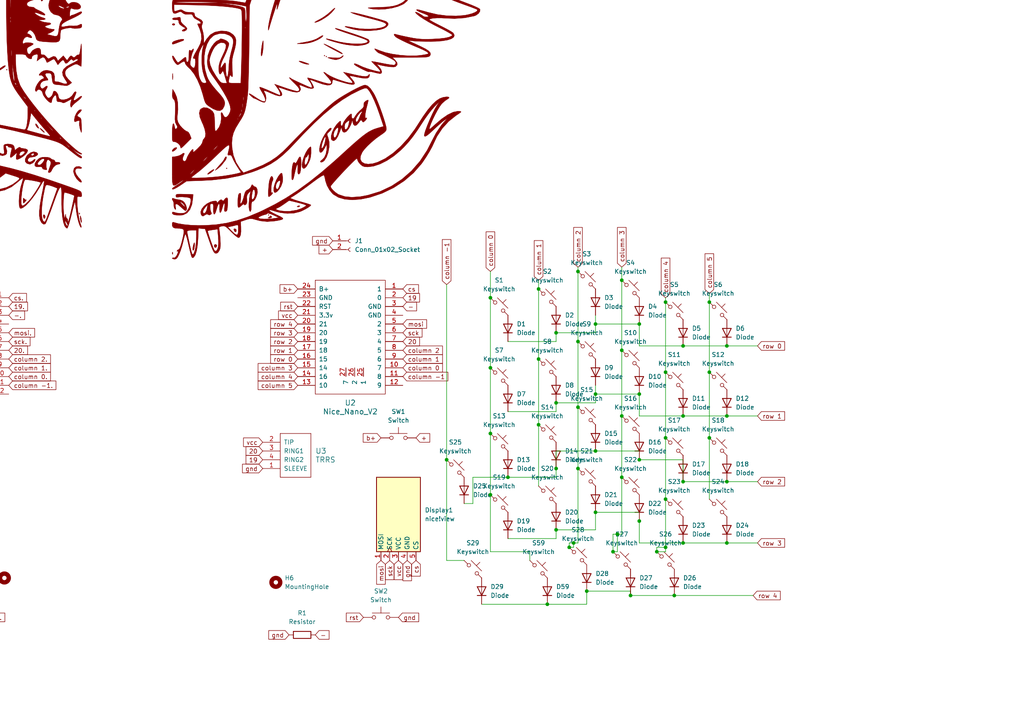
<source format=kicad_sch>
(kicad_sch (version 20250114) (generator "eeschema") (generator_version "9.0")
  (paper "A4")
  (title_block (title "the 58"))
  (lib_symbols
    (symbol "Connector:Conn_01x02_Socket" (pin_names (offset 1.016) (hide yes))
      (property "Reference" "J" (at 0 2.54 0))
      (property "Value" "Conn_01x02_Socket" (at 0 -5.08 0))
      (symbol "Conn_01x02_Socket_1_1"
        (pin passive line (at -5.08 0 0) (length 3.81) (name "Pin_1") (number "1"))
        (pin passive line (at -5.08 -2.54 0) (length 3.81) (name "Pin_2") (number "2"))
      )
    )
    (symbol "Mechanical:MountingHole" (pin_names (offset 1.016)) (in_bom no)
      (property "Reference" "H" (at 0 5.08 0))
      (property "Value" "MountingHole" (at 0 3.175 0))
    )
    (symbol "ScottoKeebs:MCU_Nice_Nano_V2" (pin_names (offset 1.016))
      (property "Reference" "U" (at 0 0 0))
      (property "Value" "Nice_Nano_V2" (at 0 -19.05 0))
      (symbol "MCU_Nice_Nano_V2_1_1"
        (pin input line (at -15.24 13.97 0) (length 5.08) (name "1") (number "1"))
        (pin input line (at -15.24 11.43 0) (length 5.08) (name "0") (number "2"))
        (pin input line (at -15.24 8.89 0) (length 5.08) (name "GND") (number "3"))
        (pin input line (at -15.24 6.35 0) (length 5.08) (name "GND") (number "4"))
        (pin input line (at -15.24 3.81 0) (length 5.08) (name "2") (number "5"))
        (pin input line (at -15.24 1.27 0) (length 5.08) (name "3") (number "6"))
        (pin input line (at -15.24 -1.27 0) (length 5.08) (name "4") (number "7"))
        (pin input line (at -15.24 -3.81 0) (length 5.08) (name "5") (number "8"))
        (pin input line (at -15.24 -6.35 0) (length 5.08) (name "6") (number "9"))
        (pin input line (at -15.24 -8.89 0) (length 5.08) (name "7") (number "10"))
        (pin input line (at -15.24 -11.43 0) (length 5.08) (name "8") (number "11"))
        (pin input line (at -15.24 -13.97 0) (length 5.08) (name "9") (number "12"))
        (pin input line (at -3.81 -8.89 270) (length 2.5) (name "1") (number "25"))
        (pin input line (at -1.27 -8.89 270) (length 2.5) (name "2") (number "26"))
        (pin input line (at 1.27 -8.89 270) (length 2.5) (name "7") (number "27"))
        (pin input line (at 15.24 13.97 180) (length 5.08) (name "B+") (number "24"))
        (pin input line (at 15.24 11.43 180) (length 5.08) (name "GND") (number "23"))
        (pin input line (at 15.24 8.89 180) (length 5.08) (name "RST") (number "22"))
        (pin input line (at 15.24 6.35 180) (length 5.08) (name "3.3v") (number "21"))
        (pin input line (at 15.24 3.81 180) (length 5.08) (name "21") (number "20"))
        (pin input line (at 15.24 1.27 180) (length 5.08) (name "20") (number "19"))
        (pin input line (at 15.24 -1.27 180) (length 5.08) (name "19") (number "18"))
        (pin input line (at 15.24 -3.81 180) (length 5.08) (name "18") (number "17"))
        (pin input line (at 15.24 -6.35 180) (length 5.08) (name "15") (number "16"))
        (pin input line (at 15.24 -8.89 180) (length 5.08) (name "14") (number "15"))
        (pin input line (at 15.24 -11.43 180) (length 5.08) (name "16") (number "14"))
        (pin input line (at 15.24 -13.97 180) (length 5.08) (name "10") (number "13"))
      )
    )
    (symbol "ScottoKeebs:Placeholder_Diode" (pin_numbers (hide yes)) (pin_names (hide yes))
      (property "Reference" "D" (at 0 2.54 0))
      (property "Value" "Diode" (at 0 -2.54 0))
      (symbol "Placeholder_Diode_1_1"
        (pin passive line (at -3.81 0 0) (length 2.54) (name "K") (number "1"))
        (pin passive line (at 3.81 0 180) (length 2.54) (name "A") (number "2"))
      )
    )
    (symbol "ScottoKeebs:Placeholder_Keyswitch" (pin_numbers (hide yes)) (pin_names (offset 1.016) (hide yes))
      (property "Reference" "S" (at 3.048 1.016 0))
      (property "Value" "Keyswitch" (at 0 -3.81 0))
      (symbol "Placeholder_Keyswitch_0_1"
        (pin passive line (at -2.54 2.54 0) (length 0) (name "1") (number "1"))
        (pin passive line (at 2.54 -2.54 180) (length 0) (name "2") (number "2"))
      )
    )
    (symbol "ScottoKeebs:Placeholder_Resistor" (pin_numbers (hide yes)) (pin_names (offset 0))
      (property "Reference" "R" (at 0 2.032 0))
      (property "Value" "Resistor" (at 0 -2.54 0))
      (symbol "Placeholder_Resistor_1_1"
        (pin passive line (at -3.81 0 0) (length 1.27) (name "~") (number "1"))
        (pin passive line (at 3.81 0 180) (length 1.27) (name "~") (number "2"))
      )
    )
    (symbol "ScottoKeebs:Placeholder_Switch" (pin_numbers (hide yes)) (pin_names (offset 1.016) (hide yes))
      (property "Reference" "SW" (at 1.27 2.54 0))
      (property "Value" "Switch" (at 0 -1.524 0))
      (symbol "Placeholder_Switch_0_1"
        (pin passive line (at -5.08 0 0) (length 2.54) (name "1") (number "1"))
        (pin passive line (at 5.08 0 180) (length 2.54) (name "2") (number "2"))
      )
    )
    (symbol "ScottoKeebs:Placeholder_TRRS" (pin_names (offset 1.016))
      (property "Reference" "U" (at 0 15.24 0))
      (property "Value" "TRRS" (at 0 -2.54 0))
      (symbol "Placeholder_TRRS_1_1"
        (pin input line (at -8.89 10.16 0) (length 5.08) (name "TIP") (number "2"))
        (pin input line (at -8.89 7.62 0) (length 5.08) (name "RING1") (number "3"))
        (pin input line (at -8.89 5.08 0) (length 5.08) (name "RING2") (number "4"))
        (pin input line (at -8.89 2.54 0) (length 5.08) (name "SLEEVE") (number "1"))
      )
    )
    (symbol "hedwig left:LOGO" (pin_names (offset 1.016)))
    (symbol "hedwig right:LOGO" (pin_names (offset 1.016)))
    (symbol "nice! view:nice!view"
      (property "Reference" "Display" (at 0 12.7 0))
      (property "Value" "nice!view" (at 0 0 0))
      (symbol "nice!view_1_1"
        (pin input line (at -5.08 -12.7 90) (length 2.54) (name "MOSI") (number "1"))
        (pin input clock (at -2.54 -12.7 90) (length 2.54) (name "SCK") (number "2"))
        (pin power_in line (at 0 -12.7 90) (length 2.54) (name "VCC") (number "3"))
        (pin power_out line (at 2.54 -12.7 90) (length 2.54) (name "GND") (number "4"))
        (pin passive line (at 5.08 -12.7 90) (length 2.54) (name "CS") (number "5"))
      )
    )
  )
  (junction (at -111.76 106.68))
  (junction (at 129.54 133.35))
  (junction (at 198.12 139.7))
  (junction (at 210.82 139.7))
  (junction (at -129.54 138.43))
  (junction (at 205.74 127))
  (junction (at -124.46 106.68))
  (junction (at 193.04 87.63))
  (junction (at 198.12 157.48))
  (junction (at 142.24 143.51))
  (junction (at 205.74 87.63))
  (junction (at -116.84 119.38))
  (junction (at 185.42 93.98))
  (junction (at 167.64 99.06))
  (junction (at 161.29 96.52))
  (junction (at 179.07 154.94))
  (junction (at 180.34 120.65))
  (junction (at 156.21 83.82))
  (junction (at -97.79 153.67))
  (junction (at 185.42 151.13))
  (junction (at 161.29 153.67))
  (junction (at -86.36 97.79))
  (junction (at 170.18 171.45))
  (junction (at 161.29 116.84))
  (junction (at 161.29 135.89))
  (junction (at -85.09 156.21))
  (junction (at -109.22 158.75))
  (junction (at -104.14 132.08))
  (junction (at 190.5 160.02))
  (junction (at 198.12 120.65))
  (junction (at -129.54 99.06))
  (junction (at -91.44 129.54))
  (junction (at -80.01 134.62))
  (junction (at -114.3 171.45))
  (junction (at -91.44 113.03))
  (junction (at 142.24 106.68))
  (junction (at -60.96 124.46))
  (junction (at 185.42 133.35))
  (junction (at -99.06 80.01))
  (junction (at 210.82 100.33))
  (junction (at 210.82 157.48))
  (junction (at 142.24 86.36))
  (junction (at -60.96 85.09))
  (junction (at -86.36 134.62))
  (junction (at 193.04 144.78))
  (junction (at 165.1 158.75))
  (junction (at 180.34 138.43))
  (junction (at -74.93 82.55))
  (junction (at 167.64 118.11))
  (junction (at -111.76 143.51))
  (junction (at 172.72 114.3))
  (junction (at -80.01 152.4))
  (junction (at 193.04 127))
  (junction (at -104.14 113.03))
  (junction (at 210.82 120.65))
  (junction (at 172.72 148.59))
  (junction (at -80.01 95.25))
  (junction (at 142.24 125.73))
  (junction (at 156.21 123.19))
  (junction (at 167.64 78.74))
  (junction (at -111.76 157.48))
  (junction (at -66.04 137.16))
  (junction (at 193.04 158.75))
  (junction (at 195.58 172.72))
  (junction (at -116.84 156.21))
  (junction (at 180.34 81.28))
  (junction (at -99.06 100.33))
  (junction (at -111.76 86.36))
  (junction (at -104.14 149.86))
  (junction (at -99.06 119.38))
  (junction (at 182.88 172.72))
  (junction (at 172.72 130.81))
  (junction (at -104.14 92.71))
  (junction (at -124.46 86.36))
  (junction (at 158.75 175.26))
  (junction (at -80.01 115.57))
  (junction (at -129.54 156.21))
  (junction (at 177.8 160.02))
  (junction (at -124.46 125.73))
  (junction (at 156.21 104.14))
  (junction (at -74.93 102.87))
  (junction (at -83.82 157.48))
  (junction (at -116.84 138.43))
  (junction (at 193.04 107.95))
  (junction (at 172.72 93.98))
  (junction (at 198.12 100.33))
  (junction (at -86.36 77.47))
  (junction (at 185.42 114.3))
  (junction (at -91.44 92.71))
  (junction (at -48.26 132.08))
  (junction (at -74.93 121.92))
  (junction (at 167.64 135.89))
  (junction (at 180.34 101.6))
  (junction (at -63.5 173.99))
  (junction (at -129.54 119.38))
  (junction (at -91.44 147.32))
  (junction (at -60.96 142.24))
  (junction (at -111.76 125.73))
  (junction (at -86.36 116.84))
  (junction (at -99.06 137.16))
  (junction (at -60.96 105.41))
  (junction (at -116.84 99.06))
  (junction (at 166.37 157.48))
  (junction (at -88.9 170.18))
  (junction (at 147.32 138.43))
  (junction (at -101.6 171.45))
  (junction (at -96.52 158.75))
  (junction (at 205.74 107.95))
  (wire (pts (xy 205.74 107.95) (xy 205.74 127)))
  (wire (pts (xy 172.72 153.67) (xy 161.29 153.67)))
  (wire (pts (xy -80.01 97.79) (xy -80.01 95.25)))
  (wire (pts (xy 198.12 139.7) (xy 210.82 139.7)))
  (wire (pts (xy -74.93 102.87) (xy -74.93 121.92)))
  (wire (pts (xy -124.46 83.82) (xy -124.46 86.36)))
  (wire (pts (xy 129.54 133.35) (xy 129.54 162.56)))
  (wire (pts (xy 190.5 158.75) (xy 190.5 160.02)))
  (wire (pts (xy 142.24 106.68) (xy 142.24 125.73)))
  (wire (pts (xy -111.76 157.48) (xy -111.76 158.75)))
  (wire (pts (xy -45.72 160.02) (xy -45.72 161.29)))
  (wire (pts (xy -124.46 86.36) (xy -124.46 106.68)))
  (wire (pts (xy -104.14 156.21) (xy -104.14 149.86)))
  (wire (pts (xy 180.34 101.6) (xy 180.34 120.65)))
  (wire (pts (xy 193.04 160.02) (xy 190.5 160.02)))
  (wire (pts (xy 167.64 118.11) (xy 167.64 135.89)))
  (wire (pts (xy 179.07 160.02) (xy 177.8 160.02)))
  (wire (pts (xy -91.44 147.32) (xy -91.44 152.4)))
  (wire (pts (xy 161.29 130.81) (xy 172.72 130.81)))
  (wire (pts (xy -104.14 99.06) (xy -116.84 99.06)))
  (wire (pts (xy 205.74 87.63) (xy 205.74 107.95)))
  (wire (pts (xy -86.36 97.79) (xy -86.36 116.84)))
  (wire (pts (xy -97.79 153.67) (xy -96.52 153.67)))
  (wire (pts (xy 180.34 81.28) (xy 180.34 101.6)))
  (wire (pts (xy -91.44 92.71) (xy -104.14 92.71)))
  (wire (pts (xy 167.64 135.89) (xy 167.64 157.48)))
  (wire (pts (xy 142.24 86.36) (xy 142.24 106.68)))
  (wire (pts (xy -74.93 80.01) (xy -74.93 82.55)))
  (wire (pts (xy 193.04 86.36) (xy 193.04 87.63)))
  (wire (pts (xy 172.72 93.98) (xy 185.42 93.98)))
  (wire (pts (xy 167.64 99.06) (xy 167.64 118.11)))
  (wire (pts (xy -80.01 154.94) (xy -66.04 154.94)))
  (wire (pts (xy -74.93 82.55) (xy -74.93 102.87)))
  (wire (pts (xy 167.64 78.74) (xy 167.64 99.06)))
  (wire (pts (xy 161.29 99.06) (xy 161.29 96.52)))
  (wire (pts (xy 180.34 154.94) (xy 179.07 154.94)))
  (wire (pts (xy -74.93 121.92) (xy -74.93 139.7)))
  (wire (pts (xy 147.32 99.06) (xy 161.29 99.06)))
  (wire (pts (xy 172.72 148.59) (xy 172.72 153.67)))
  (wire (pts (xy 172.72 93.98) (xy 172.72 96.52)))
  (wire (pts (xy -63.5 173.99) (xy -88.9 173.99)))
  (wire (pts (xy -116.84 156.21) (xy -104.14 156.21)))
  (wire (pts (xy -138.43 99.06) (xy -129.54 99.06)))
  (wire (pts (xy 185.42 120.65) (xy 185.42 114.3)))
  (wire (pts (xy 185.42 148.59) (xy 172.72 148.59)))
  (wire (pts (xy 210.82 157.48) (xy 219.71 157.48)))
  (wire (pts (xy 161.29 116.84) (xy 161.29 119.38)))
  (wire (pts (xy -116.84 119.38) (xy -129.54 119.38)))
  (wire (pts (xy -91.44 152.4) (xy -80.01 152.4)))
  (wire (pts (xy -104.14 119.38) (xy -104.14 113.03)))
  (wire (pts (xy -111.76 143.51) (xy -111.76 157.48)))
  (wire (pts (xy 161.29 156.21) (xy 147.32 156.21)))
  (wire (pts (xy -111.76 85.09) (xy -111.76 86.36)))
  (wire (pts (xy 129.54 162.56) (xy 134.62 162.56)))
  (wire (pts (xy 147.32 138.43) (xy 161.29 138.43)))
  (wire (pts (xy -48.26 132.08) (xy -48.26 160.02)))
  (wire (pts (xy -80.01 118.11) (xy -66.04 118.11)))
  (wire (pts (xy -86.36 156.21) (xy -85.09 156.21)))
  (wire (pts (xy 185.42 114.3) (xy 172.72 114.3)))
  (wire (pts (xy -85.09 156.21) (xy -83.82 156.21)))
  (wire (pts (xy 142.24 125.73) (xy 142.24 143.51)))
  (wire (pts (xy -138.43 119.38) (xy -129.54 119.38)))
  (wire (pts (xy -60.96 124.46) (xy -60.96 142.24)))
  (wire (pts (xy 177.8 154.94) (xy 177.8 160.02)))
  (wire (pts (xy 193.04 144.78) (xy 193.04 158.75)))
  (wire (pts (xy 153.67 160.02) (xy 153.67 162.56)))
  (wire (pts (xy 170.18 171.45) (xy 182.88 171.45)))
  (wire (pts (xy -91.44 115.57) (xy -80.01 115.57)))
  (wire (pts (xy 165.1 157.48) (xy 165.1 158.75)))
  (wire (pts (xy -99.06 100.33) (xy -99.06 119.38)))
  (wire (pts (xy -88.9 173.99) (xy -88.9 170.18)))
  (wire (pts (xy 198.12 139.7) (xy 198.12 133.35)))
  (wire (pts (xy -111.76 86.36) (xy -111.76 106.68)))
  (wire (pts (xy -129.54 138.43) (xy -138.43 138.43)))
  (wire (pts (xy -116.84 99.06) (xy -129.54 99.06)))
  (wire (pts (xy -60.96 105.41) (xy -60.96 124.46)))
  (wire (pts (xy 210.82 139.7) (xy 219.71 139.7)))
  (wire (pts (xy -86.36 134.62) (xy -86.36 156.21)))
  (wire (pts (xy -104.14 129.54) (xy -104.14 132.08)))
  (wire (pts (xy -96.52 153.67) (xy -96.52 158.75)))
  (wire (pts (xy 185.42 130.81) (xy 185.42 133.35)))
  (wire (pts (xy 180.34 120.65) (xy 180.34 138.43)))
  (wire (pts (xy 166.37 158.75) (xy 165.1 158.75)))
  (wire (pts (xy -83.82 156.21) (xy -83.82 157.48)))
  (wire (pts (xy 198.12 100.33) (xy 210.82 100.33)))
  (wire (pts (xy -124.46 125.73) (xy -124.46 143.51)))
  (wire (pts (xy -91.44 129.54) (xy -104.14 129.54)))
  (wire (pts (xy -104.14 149.86) (xy -104.14 147.32)))
  (wire (pts (xy 172.72 111.76) (xy 172.72 114.3)))
  (wire (pts (xy -80.01 129.54) (xy -80.01 134.62)))
  (wire (pts (xy -104.14 147.32) (xy -91.44 147.32)))
  (wire (pts (xy -80.01 95.25) (xy -91.44 95.25)))
  (wire (pts (xy -99.06 76.2) (xy -99.06 80.01)))
  (wire (pts (xy -111.76 106.68) (xy -111.76 125.73)))
  (wire (pts (xy -104.14 113.03) (xy -91.44 113.03)))
  (wire (pts (xy 161.29 156.21) (xy 161.29 153.67)))
  (wire (pts (xy -80.01 134.62) (xy -80.01 137.16)))
  (wire (pts (xy 161.29 96.52) (xy 172.72 96.52)))
  (wire (pts (xy -101.6 171.45) (xy -114.3 171.45)))
  (wire (pts (xy 142.24 160.02) (xy 153.67 160.02)))
  (wire (pts (xy 195.58 172.72) (xy 218.44 172.72)))
  (wire (pts (xy -111.76 158.75) (xy -109.22 158.75)))
  (wire (pts (xy 156.21 81.28) (xy 156.21 83.82)))
  (wire (pts (xy -99.06 119.38) (xy -99.06 137.16)))
  (wire (pts (xy 185.42 100.33) (xy 198.12 100.33)))
  (wire (pts (xy 198.12 133.35) (xy 185.42 133.35)))
  (wire (pts (xy -111.76 157.48) (xy -109.22 157.48)))
  (wire (pts (xy -60.96 158.75) (xy -59.69 158.75)))
  (wire (pts (xy -58.42 137.16) (xy -66.04 137.16)))
  (wire (pts (xy 166.37 157.48) (xy 166.37 158.75)))
  (wire (pts (xy 198.12 157.48) (xy 185.42 157.48)))
  (wire (pts (xy -116.84 119.38) (xy -104.14 119.38)))
  (wire (pts (xy -86.36 116.84) (xy -86.36 134.62)))
  (wire (pts (xy 172.72 130.81) (xy 185.42 130.81)))
  (wire (pts (xy 137.16 146.05) (xy 134.62 146.05)))
  (wire (pts (xy -99.06 137.16) (xy -99.06 153.67)))
  (wire (pts (xy -124.46 106.68) (xy -124.46 125.73)))
  (wire (pts (xy -91.44 90.17) (xy -91.44 92.71)))
  (wire (pts (xy 161.29 135.89) (xy 161.29 138.43)))
  (wire (pts (xy -114.3 171.45) (xy -137.16 171.45)))
  (wire (pts (xy -59.69 158.75) (xy -59.69 161.29)))
  (wire (pts (xy 142.24 143.51) (xy 142.24 160.02)))
  (wire (pts (xy -58.42 144.78) (xy -53.34 144.78)))
  (wire (pts (xy 193.04 158.75) (xy 190.5 158.75)))
  (wire (pts (xy 156.21 123.19) (xy 156.21 140.97)))
  (wire (pts (xy 182.88 171.45) (xy 182.88 172.72)))
  (wire (pts (xy -116.84 138.43) (xy -116.84 132.08)))
  (wire (pts (xy -80.01 129.54) (xy -91.44 129.54)))
  (wire (pts (xy 170.18 175.26) (xy 170.18 171.45)))
  (wire (pts (xy 185.42 93.98) (xy 185.42 100.33)))
  (wire (pts (xy 172.72 91.44) (xy 172.72 93.98)))
  (wire (pts (xy 167.64 157.48) (xy 166.37 157.48)))
  (wire (pts (xy -91.44 92.71) (xy -91.44 95.25)))
  (wire (pts (xy -129.54 156.21) (xy -138.43 156.21)))
  (wire (pts (xy 156.21 83.82) (xy 156.21 104.14)))
  (wire (pts (xy 172.72 116.84) (xy 161.29 116.84)))
  (wire (pts (xy -85.09 157.48) (xy -83.82 157.48)))
  (wire (pts (xy 198.12 157.48) (xy 210.82 157.48)))
  (wire (pts (xy 193.04 127) (xy 193.04 144.78)))
  (wire (pts (xy -58.42 144.78) (xy -58.42 137.16)))
  (wire (pts (xy 198.12 120.65) (xy 210.82 120.65)))
  (wire (pts (xy -80.01 154.94) (xy -80.01 152.4)))
  (wire (pts (xy -111.76 125.73) (xy -111.76 143.51)))
  (wire (pts (xy -91.44 113.03) (xy -91.44 115.57)))
  (wire (pts (xy -48.26 160.02) (xy -45.72 160.02)))
  (wire (pts (xy -59.69 161.29) (xy -58.42 161.29)))
  (wire (pts (xy 161.29 119.38) (xy 147.32 119.38)))
  (wire (pts (xy -66.04 97.79) (xy -80.01 97.79)))
  (wire (pts (xy 156.21 104.14) (xy 156.21 123.19)))
  (wire (pts (xy 205.74 85.09) (xy 205.74 87.63)))
  (wire (pts (xy -50.8 173.99) (xy -63.5 173.99)))
  (wire (pts (xy 137.16 138.43) (xy 137.16 146.05)))
  (wire (pts (xy 185.42 151.13) (xy 185.42 148.59)))
  (wire (pts (xy -116.84 132.08) (xy -104.14 132.08)))
  (wire (pts (xy 182.88 172.72) (xy 195.58 172.72)))
  (wire (pts (xy -116.84 156.21) (xy -129.54 156.21)))
  (wire (pts (xy 180.34 77.47) (xy 180.34 81.28)))
  (wire (pts (xy -88.9 170.18) (xy -101.6 170.18)))
  (wire (pts (xy -101.6 170.18) (xy -101.6 171.45)))
  (wire (pts (xy 147.32 138.43) (xy 137.16 138.43)))
  (wire (pts (xy -48.26 92.71) (xy -48.26 132.08)))
  (wire (pts (xy 166.37 157.48) (xy 165.1 157.48)))
  (wire (pts (xy -85.09 156.21) (xy -85.09 157.48)))
  (wire (pts (xy -86.36 76.2) (xy -86.36 77.47)))
  (wire (pts (xy 167.64 77.47) (xy 167.64 78.74)))
  (wire (pts (xy -97.79 153.67) (xy -97.79 158.75)))
  (wire (pts (xy 158.75 175.26) (xy 170.18 175.26)))
  (wire (pts (xy 193.04 158.75) (xy 193.04 160.02)))
  (wire (pts (xy 180.34 138.43) (xy 180.34 154.94)))
  (wire (pts (xy 172.72 114.3) (xy 172.72 116.84)))
  (wire (pts (xy -60.96 142.24) (xy -60.96 158.75)))
  (wire (pts (xy 142.24 78.74) (xy 142.24 86.36)))
  (wire (pts (xy -99.06 80.01) (xy -99.06 100.33)))
  (wire (pts (xy 193.04 107.95) (xy 193.04 127)))
  (wire (pts (xy -91.44 110.49) (xy -91.44 113.03)))
  (wire (pts (xy -97.79 158.75) (xy -96.52 158.75)))
  (wire (pts (xy 129.54 82.55) (xy 129.54 133.35)))
  (wire (pts (xy 219.71 100.33) (xy 210.82 100.33)))
  (wire (pts (xy 193.04 87.63) (xy 193.04 107.95)))
  (wire (pts (xy 185.42 157.48) (xy 185.42 151.13)))
  (wire (pts (xy -99.06 153.67) (xy -97.79 153.67)))
  (wire (pts (xy -86.36 77.47) (xy -86.36 97.79)))
  (wire (pts (xy 179.07 154.94) (xy 177.8 154.94)))
  (wire (pts (xy 139.7 175.26) (xy 158.75 175.26)))
  (wire (pts (xy 161.29 130.81) (xy 161.29 135.89)))
  (wire (pts (xy 198.12 120.65) (xy 185.42 120.65)))
  (wire (pts (xy -109.22 157.48) (xy -109.22 158.75)))
  (wire (pts (xy 219.71 120.65) (xy 210.82 120.65)))
  (wire (pts (xy 205.74 127) (xy 205.74 144.78)))
  (wire (pts (xy -104.14 92.71) (xy -104.14 99.06)))
  (wire (pts (xy -60.96 85.09) (xy -60.96 105.41)))
  (wire (pts (xy 179.07 154.94) (xy 179.07 160.02)))
  (wire (pts (xy -80.01 115.57) (xy -80.01 118.11)))
  (wire (pts (xy -60.96 77.47) (xy -60.96 85.09)))
  (wire (pts (xy -116.84 138.43) (xy -129.54 138.43)))
  (wire (pts (xy -66.04 137.16) (xy -80.01 137.16)))
  (global_label "column 0." (shape input) (at 2.54 109.22 0) (property "Intersheetrefs" "${INTERSHEET_REFS}" (effects (hide yes))))
  (global_label "column 1." (shape input) (at 2.54 106.68 0) (property "Intersheetrefs" "${INTERSHEET_REFS}" (effects (hide yes))))
  (global_label "row 2" (shape input) (at 219.71 139.7 0) (property "Intersheetrefs" "${INTERSHEET_REFS}" (effects (hide yes))))
  (global_label "gnd." (shape input) (at -5.08 179.07 0) (property "Intersheetrefs" "${INTERSHEET_REFS}" (effects (hide yes))))
  (global_label "column 5." (shape input) (at -124.46 83.82 90) (property "Intersheetrefs" "${INTERSHEET_REFS}" (effects (hide yes))))
  (global_label "gnd" (shape input) (at 83.82 184.15 180) (property "Intersheetrefs" "${INTERSHEET_REFS}" (effects (hide yes))))
  (global_label "column 5" (shape input) (at 86.36 111.76 180) (property "Intersheetrefs" "${INTERSHEET_REFS}" (effects (hide yes))))
  (global_label "column 1." (shape input) (at -74.93 80.01 90) (property "Intersheetrefs" "${INTERSHEET_REFS}" (effects (hide yes))))
  (global_label "+" (shape input) (at 120.65 127 0) (property "Intersheetrefs" "${INTERSHEET_REFS}" (effects (hide yes))))
  (global_label "row 0" (shape input) (at 86.36 104.14 180) (property "Intersheetrefs" "${INTERSHEET_REFS}" (effects (hide yes))))
  (global_label "19." (shape input) (at 2.54 88.9 0) (property "Intersheetrefs" "${INTERSHEET_REFS}" (effects (hide yes))))
  (global_label "sck." (shape input) (at 2.54 99.06 0) (property "Intersheetrefs" "${INTERSHEET_REFS}" (effects (hide yes))))
  (global_label "vcc" (shape input) (at 76.2 128.27 180) (property "Intersheetrefs" "${INTERSHEET_REFS}" (effects (hide yes))))
  (global_label "-." (shape input) (at -12.7 179.07 180) (property "Intersheetrefs" "${INTERSHEET_REFS}" (effects (hide yes))))
  (global_label "column 3" (shape input) (at 86.36 106.68 180) (property "Intersheetrefs" "${INTERSHEET_REFS}" (effects (hide yes))))
  (global_label "cs" (shape input) (at 120.65 162.56 270) (property "Intersheetrefs" "${INTERSHEET_REFS}" (effects (hide yes))))
  (global_label "column 0." (shape input) (at -60.96 77.47 90) (property "Intersheetrefs" "${INTERSHEET_REFS}" (effects (hide yes))))
  (global_label "-" (shape input) (at 91.44 184.15 0) (property "Intersheetrefs" "${INTERSHEET_REFS}" (effects (hide yes))))
  (global_label "20" (shape input) (at 76.2 130.81 180) (property "Intersheetrefs" "${INTERSHEET_REFS}" (effects (hide yes))))
  (global_label "row 0." (shape input) (at -138.43 99.06 180) (property "Intersheetrefs" "${INTERSHEET_REFS}" (effects (hide yes))))
  (global_label "column 4." (shape input) (at -27.94 111.76 180) (property "Intersheetrefs" "${INTERSHEET_REFS}" (effects (hide yes))))
  (global_label "row 1" (shape input) (at 219.71 120.65 0) (property "Intersheetrefs" "${INTERSHEET_REFS}" (effects (hide yes))))
  (global_label "mosi." (shape input) (at 2.54 96.52 0) (property "Intersheetrefs" "${INTERSHEET_REFS}" (effects (hide yes))))
  (global_label "mosi" (shape input) (at 110.49 162.56 270) (property "Intersheetrefs" "${INTERSHEET_REFS}" (effects (hide yes))))
  (global_label "+." (shape input) (at -29.21 153.67 0) (property "Intersheetrefs" "${INTERSHEET_REFS}" (effects (hide yes))))
  (global_label "row 4" (shape input) (at 218.44 172.72 0) (property "Intersheetrefs" "${INTERSHEET_REFS}" (effects (hide yes))))
  (global_label "column 4" (shape input) (at 86.36 109.22 180) (property "Intersheetrefs" "${INTERSHEET_REFS}" (effects (hide yes))))
  (global_label "b+." (shape input) (at -39.37 153.67 180) (property "Intersheetrefs" "${INTERSHEET_REFS}" (effects (hide yes))))
  (global_label "rst." (shape input) (at -40.64 166.37 180) (property "Intersheetrefs" "${INTERSHEET_REFS}" (effects (hide yes))))
  (global_label "-" (shape input) (at 116.84 88.9 0) (property "Intersheetrefs" "${INTERSHEET_REFS}" (effects (hide yes))))
  (global_label "19" (shape input) (at 76.2 133.35 180) (property "Intersheetrefs" "${INTERSHEET_REFS}" (effects (hide yes))))
  (global_label "19" (shape input) (at 116.84 86.36 0) (property "Intersheetrefs" "${INTERSHEET_REFS}" (effects (hide yes))))
  (global_label "column 4" (shape input) (at 193.04 86.36 90) (property "Intersheetrefs" "${INTERSHEET_REFS}" (effects (hide yes))))
  (global_label "column 2." (shape input) (at 2.54 104.14 0) (property "Intersheetrefs" "${INTERSHEET_REFS}" (effects (hide yes))))
  (global_label "sck" (shape input) (at 113.03 162.56 270) (property "Intersheetrefs" "${INTERSHEET_REFS}" (effects (hide yes))))
  (global_label "row 1." (shape input) (at -27.94 99.06 180) (property "Intersheetrefs" "${INTERSHEET_REFS}" (effects (hide yes))))
  (global_label "row 3" (shape input) (at 219.71 157.48 0) (property "Intersheetrefs" "${INTERSHEET_REFS}" (effects (hide yes))))
  (global_label "row 0." (shape input) (at -27.94 96.52 180) (property "Intersheetrefs" "${INTERSHEET_REFS}" (effects (hide yes))))
  (global_label "column 5." (shape input) (at -27.94 109.22 180) (property "Intersheetrefs" "${INTERSHEET_REFS}" (effects (hide yes))))
  (global_label "b+" (shape input) (at 110.49 127 180) (property "Intersheetrefs" "${INTERSHEET_REFS}" (effects (hide yes))))
  (global_label "row 4." (shape input) (at -27.94 106.68 180) (property "Intersheetrefs" "${INTERSHEET_REFS}" (effects (hide yes))))
  (global_label "column 1" (shape input) (at 116.84 104.14 0) (property "Intersheetrefs" "${INTERSHEET_REFS}" (effects (hide yes))))
  (global_label "gnd" (shape input) (at 96.52 69.85 180) (property "Intersheetrefs" "${INTERSHEET_REFS}" (effects (hide yes))))
  (global_label "column -1." (shape input) (at -48.26 92.71 90) (property "Intersheetrefs" "${INTERSHEET_REFS}" (effects (hide yes))))
  (global_label "cs." (shape input) (at -15.24 69.85 270) (property "Intersheetrefs" "${INTERSHEET_REFS}" (effects (hide yes))))
  (global_label "rst" (shape input) (at 86.36 88.9 180) (property "Intersheetrefs" "${INTERSHEET_REFS}" (effects (hide yes))))
  (global_label "gnd." (shape input) (at -30.48 166.37 0) (property "Intersheetrefs" "${INTERSHEET_REFS}" (effects (hide yes))))
  (global_label "gnd." (shape input) (at -17.78 134.62 0) (property "Intersheetrefs" "${INTERSHEET_REFS}" (effects (hide yes))))
  (global_label "gnd." (shape input) (at -12.7 69.85 270) (property "Intersheetrefs" "${INTERSHEET_REFS}" (effects (hide yes))))
  (global_label "sck" (shape input) (at 116.84 96.52 0) (property "Intersheetrefs" "${INTERSHEET_REFS}" (effects (hide yes))))
  (global_label "sck." (shape input) (at -7.62 69.85 270) (property "Intersheetrefs" "${INTERSHEET_REFS}" (effects (hide yes))))
  (global_label "row 3" (shape input) (at 86.36 96.52 180) (property "Intersheetrefs" "${INTERSHEET_REFS}" (effects (hide yes))))
  (global_label "column 5" (shape input) (at 205.74 85.09 90) (property "Intersheetrefs" "${INTERSHEET_REFS}" (effects (hide yes))))
  (global_label "vcc" (shape input) (at 115.57 162.56 270) (property "Intersheetrefs" "${INTERSHEET_REFS}" (effects (hide yes))))
  (global_label "gnd" (shape input) (at 76.2 135.89 180) (property "Intersheetrefs" "${INTERSHEET_REFS}" (effects (hide yes))))
  (global_label "column 2." (shape input) (at -86.36 76.2 90) (property "Intersheetrefs" "${INTERSHEET_REFS}" (effects (hide yes))))
  (global_label "gnd." (shape input) (at -33.02 72.39 0) (property "Intersheetrefs" "${INTERSHEET_REFS}" (effects (hide yes))))
  (global_label "+" (shape input) (at 96.52 72.39 180) (property "Intersheetrefs" "${INTERSHEET_REFS}" (effects (hide yes))))
  (global_label "column -1." (shape input) (at 2.54 111.76 0) (property "Intersheetrefs" "${INTERSHEET_REFS}" (effects (hide yes))))
  (global_label "20" (shape input) (at 116.84 99.06 0) (property "Intersheetrefs" "${INTERSHEET_REFS}" (effects (hide yes))))
  (global_label "rst." (shape input) (at -27.94 91.44 180) (property "Intersheetrefs" "${INTERSHEET_REFS}" (effects (hide yes))))
  (global_label "mosi." (shape input) (at -5.08 69.85 270) (property "Intersheetrefs" "${INTERSHEET_REFS}" (effects (hide yes))))
  (global_label "mosi" (shape input) (at 116.84 93.98 0) (property "Intersheetrefs" "${INTERSHEET_REFS}" (effects (hide yes))))
  (global_label "vcc." (shape input) (at -17.78 127 0) (property "Intersheetrefs" "${INTERSHEET_REFS}" (effects (hide yes))))
  (global_label "vcc." (shape input) (at -27.94 93.98 180) (property "Intersheetrefs" "${INTERSHEET_REFS}" (effects (hide yes))))
  (global_label "column 0" (shape input) (at 142.24 78.74 90) (property "Intersheetrefs" "${INTERSHEET_REFS}" (effects (hide yes))))
  (global_label "20." (shape input) (at -17.78 129.54 0) (property "Intersheetrefs" "${INTERSHEET_REFS}" (effects (hide yes))))
  (global_label "gnd" (shape input) (at 115.57 179.07 0) (property "Intersheetrefs" "${INTERSHEET_REFS}" (effects (hide yes))))
  (global_label "row 3." (shape input) (at -27.94 104.14 180) (property "Intersheetrefs" "${INTERSHEET_REFS}" (effects (hide yes))))
  (global_label "vcc" (shape input) (at 86.36 91.44 180) (property "Intersheetrefs" "${INTERSHEET_REFS}" (effects (hide yes))))
  (global_label "column 1" (shape input) (at 156.21 81.28 90) (property "Intersheetrefs" "${INTERSHEET_REFS}" (effects (hide yes))))
  (global_label "-." (shape input) (at 2.54 91.44 0) (property "Intersheetrefs" "${INTERSHEET_REFS}" (effects (hide yes))))
  (global_label "row 0" (shape input) (at 219.71 100.33 0) (property "Intersheetrefs" "${INTERSHEET_REFS}" (effects (hide yes))))
  (global_label "row 1." (shape input) (at -138.43 119.38 180) (property "Intersheetrefs" "${INTERSHEET_REFS}" (effects (hide yes))))
  (global_label "19." (shape input) (at -17.78 132.08 0) (property "Intersheetrefs" "${INTERSHEET_REFS}" (effects (hide yes))))
  (global_label "row 1" (shape input) (at 86.36 101.6 180) (property "Intersheetrefs" "${INTERSHEET_REFS}" (effects (hide yes))))
  (global_label "row 3." (shape input) (at -138.43 156.21 180) (property "Intersheetrefs" "${INTERSHEET_REFS}" (effects (hide yes))))
  (global_label "column 4." (shape input) (at -111.76 85.09 90) (property "Intersheetrefs" "${INTERSHEET_REFS}" (effects (hide yes))))
  (global_label "cs." (shape input) (at 2.54 86.36 0) (property "Intersheetrefs" "${INTERSHEET_REFS}" (effects (hide yes))))
  (global_label "cs" (shape input) (at 116.84 83.82 0) (property "Intersheetrefs" "${INTERSHEET_REFS}" (effects (hide yes))))
  (global_label "rst" (shape input) (at 105.41 179.07 180) (property "Intersheetrefs" "${INTERSHEET_REFS}" (effects (hide yes))))
  (global_label "column 3." (shape input) (at -27.94 114.3 180) (property "Intersheetrefs" "${INTERSHEET_REFS}" (effects (hide yes))))
  (global_label "b+" (shape input) (at 86.36 83.82 180) (property "Intersheetrefs" "${INTERSHEET_REFS}" (effects (hide yes))))
  (global_label "row 2." (shape input) (at -27.94 101.6 180) (property "Intersheetrefs" "${INTERSHEET_REFS}" (effects (hide yes))))
  (global_label "column 3" (shape input) (at 180.34 77.47 90) (property "Intersheetrefs" "${INTERSHEET_REFS}" (effects (hide yes))))
  (global_label "column 3." (shape input) (at -99.06 76.2 90) (property "Intersheetrefs" "${INTERSHEET_REFS}" (effects (hide yes))))
  (global_label "b+." (shape input) (at -27.94 86.36 180) (property "Intersheetrefs" "${INTERSHEET_REFS}" (effects (hide yes))))
  (global_label "row 2" (shape input) (at 86.36 99.06 180) (property "Intersheetrefs" "${INTERSHEET_REFS}" (effects (hide yes))))
  (global_label "gnd" (shape input) (at 118.11 162.56 270) (property "Intersheetrefs" "${INTERSHEET_REFS}" (effects (hide yes))))
  (global_label "column 2" (shape input) (at 116.84 101.6 0) (property "Intersheetrefs" "${INTERSHEET_REFS}" (effects (hide yes))))
  (global_label "row 2." (shape input) (at -138.43 138.43 180) (property "Intersheetrefs" "${INTERSHEET_REFS}" (effects (hide yes))))
  (global_label "column -1" (shape input) (at 129.54 82.55 90) (property "Intersheetrefs" "${INTERSHEET_REFS}" (effects (hide yes))))
  (global_label "row 4" (shape input) (at 86.36 93.98 180) (property "Intersheetrefs" "${INTERSHEET_REFS}" (effects (hide yes))))
  (global_label "20." (shape input) (at 2.54 101.6 0) (property "Intersheetrefs" "${INTERSHEET_REFS}" (effects (hide yes))))
  (global_label "column -1" (shape input) (at 116.84 109.22 0) (property "Intersheetrefs" "${INTERSHEET_REFS}" (effects (hide yes))))
  (global_label "column 0" (shape input) (at 116.84 106.68 0) (property "Intersheetrefs" "${INTERSHEET_REFS}" (effects (hide yes))))
  (global_label "row 4." (shape input) (at -137.16 171.45 180) (property "Intersheetrefs" "${INTERSHEET_REFS}" (effects (hide yes))))
  (global_label "+." (shape input) (at -33.02 74.93 0) (property "Intersheetrefs" "${INTERSHEET_REFS}" (effects (hide yes))))
  (global_label "column 2" (shape input) (at 167.64 77.47 90) (property "Intersheetrefs" "${INTERSHEET_REFS}" (effects (hide yes))))
  (global_label "vcc." (shape input) (at -10.16 69.85 270) (property "Intersheetrefs" "${INTERSHEET_REFS}" (effects (hide yes))))
  (symbol (lib_id "ScottoKeebs:Placeholder_Diode") (at -66.04 151.13 270) (mirror x) (unit 1)
    (property "Reference" "D35" (at -68.58 149.8599 90) (effects (justify right)))
    (property "Value" "Diode" (at -68.58 152.3999 90) (effects (justify right)))
    (property "Footprint" "ScottoKeebs_Components:Diode_DO-35" (effects (hide yes)))
    (property "Description" "1N4148 (DO-35) or 1N4148W (SOD-123)" (effects (hide yes)))
    (property "Sim.Device" "D" (effects (hide yes)))
    (property "Sim.Pins" "1=K 2=A" (effects (hide yes)))
  )
  (symbol (lib_id "ScottoKeebs:Placeholder_Keyswitch") (at 156.21 165.1 0) (unit 1)
    (property "Reference" "S59" (at 156.21 157.48 0))
    (property "Value" "Keyswitch" (at 156.21 160.02 0))
    (property "Footprint" "ScottoKeebs_MX:MX_PCB_1.00u" (effects (hide yes)))
    (property "Description" "Push button switch, normally open, two pins, 45° tilted" (effects (hide yes)))
  )
  (symbol (lib_id "ScottoKeebs:Placeholder_Resistor") (at -8.89 179.07 0) (mirror y) (unit 1)
    (property "Reference" "R2" (at -8.89 172.72 0))
    (property "Value" "Resistor" (at -8.89 175.26 0))
    (property "Footprint" "Resistor_THT:R_Axial_DIN0207_L6.3mm_D2.5mm_P7.62mm_Horizontal" (effects (hide yes)))
    (property "Description" "Resistor" (effects (hide yes)))
  )
  (symbol (lib_id "ScottoKeebs:Placeholder_Diode") (at 185.42 147.32 90) (unit 1)
    (property "Reference" "D22" (at 187.96 146.0499 90) (effects (justify right)))
    (property "Value" "Diode" (at 187.96 148.5899 90) (effects (justify right)))
    (property "Footprint" "ScottoKeebs_Components:Diode_DO-35" (effects (hide yes)))
    (property "Description" "1N4148 (DO-35) or 1N4148W (SOD-123)" (effects (hide yes)))
    (property "Sim.Device" "D" (effects (hide yes)))
    (property "Sim.Pins" "1=K 2=A" (effects (hide yes)))
  )
  (symbol (lib_id "ScottoKeebs:Placeholder_Diode") (at -129.54 152.4 270) (mirror x) (unit 1)
    (property "Reference" "D58" (at -132.08 151.1299 90) (effects (justify right)))
    (property "Value" "Diode" (at -132.08 153.6699 90) (effects (justify right)))
    (property "Footprint" "ScottoKeebs_Components:Diode_DO-35" (effects (hide yes)))
    (property "Description" "1N4148 (DO-35) or 1N4148W (SOD-123)" (effects (hide yes)))
    (property "Sim.Device" "D" (effects (hide yes)))
    (property "Sim.Pins" "1=K 2=A" (effects (hide yes)))
  )
  (symbol (lib_id "ScottoKeebs:Placeholder_Diode") (at -129.54 134.62 270) (mirror x) (unit 1)
    (property "Reference" "D57" (at -132.08 133.3499 90) (effects (justify right)))
    (property "Value" "Diode" (at -132.08 135.8899 90) (effects (justify right)))
    (property "Footprint" "ScottoKeebs_Components:Diode_DO-35" (effects (hide yes)))
    (property "Description" "1N4148 (DO-35) or 1N4148W (SOD-123)" (effects (hide yes)))
    (property "Sim.Device" "D" (effects (hide yes)))
    (property "Sim.Pins" "1=K 2=A" (effects (hide yes)))
  )
  (symbol (lib_id "ScottoKeebs:Placeholder_Diode") (at -104.14 88.9 270) (mirror x) (unit 1)
    (property "Reference" "D46" (at -106.68 87.6299 90) (effects (justify right)))
    (property "Value" "Diode" (at -106.68 90.1699 90) (effects (justify right)))
    (property "Footprint" "ScottoKeebs_Components:Diode_DO-35" (effects (hide yes)))
    (property "Description" "1N4148 (DO-35) or 1N4148W (SOD-123)" (effects (hide yes)))
    (property "Sim.Device" "D" (effects (hide yes)))
    (property "Sim.Pins" "1=K 2=A" (effects (hide yes)))
  )
  (symbol (lib_id "ScottoKeebs:Placeholder_Diode") (at 210.82 135.89 90) (unit 1)
    (property "Reference" "D18" (at 213.36 134.6199 90) (effects (justify right)))
    (property "Value" "Diode" (at 213.36 137.1599 90) (effects (justify right)))
    (property "Footprint" "ScottoKeebs_Components:Diode_DO-35" (effects (hide yes)))
    (property "Description" "1N4148 (DO-35) or 1N4148W (SOD-123)" (effects (hide yes)))
    (property "Sim.Device" "D" (effects (hide yes)))
    (property "Sim.Pins" "1=K 2=A" (effects (hide yes)))
  )
  (symbol (lib_id "ScottoKeebs:Placeholder_Keyswitch") (at 195.58 147.32 0) (unit 1)
    (property "Reference" "S23" (at 195.58 139.7 0))
    (property "Value" "Keyswitch" (at 195.58 142.24 0))
    (property "Footprint" "ScottoKeebs_MX:MX_PCB_1.00u" (effects (hide yes)))
    (property "Description" "Push button switch, normally open, two pins, 45° tilted" (effects (hide yes)))
  )
  (symbol (lib_id "ScottoKeebs:Placeholder_Resistor") (at 87.63 184.15 0) (mirror y) (unit 1)
    (property "Reference" "R1" (at 87.63 177.8 0))
    (property "Value" "Resistor" (at 87.63 180.34 0))
    (property "Footprint" "Resistor_THT:R_Axial_DIN0207_L6.3mm_D2.5mm_P7.62mm_Horizontal" (effects (hide yes)))
    (property "Description" "Resistor" (effects (hide yes)))
  )
  (symbol (lib_id "ScottoKeebs:Placeholder_Switch") (at 110.49 179.07 0) (unit 1)
    (property "Reference" "SW2" (at 110.49 171.45 0))
    (property "Value" "Switch" (at 110.49 173.99 0))
    (property "Footprint" "ScottoKeebs_Components:Button_MJTP1243" (effects (hide yes)))
    (property "Description" "Push button switch, generic, two pins" (effects (hide yes)))
  )
  (symbol (lib_id "ScottoKeebs:Placeholder_Keyswitch") (at 182.88 83.82 0) (unit 1)
    (property "Reference" "S4" (at 182.88 76.2 0))
    (property "Value" "Keyswitch" (at 182.88 78.74 0))
    (property "Footprint" "ScottoKeebs_MX:MX_PCB_1.00u" (effects (hide yes)))
    (property "Description" "Push button switch, normally open, two pins, 45° tilted" (effects (hide yes)))
  )
  (symbol (lib_id "ScottoKeebs:Placeholder_Keyswitch") (at 180.34 162.56 0) (unit 1)
    (property "Reference" "S27" (at 180.34 154.94 0))
    (property "Value" "Keyswitch" (at 180.34 157.48 0))
    (property "Footprint" "ScottoKeebs_MX:MX_PCB_1.00u" (effects (hide yes)))
    (property "Description" "Push button switch, normally open, two pins, 45° tilted" (effects (hide yes)))
  )
  (symbol (lib_id "ScottoKeebs:Placeholder_Keyswitch") (at 208.28 90.17 0) (unit 1)
    (property "Reference" "S6" (at 208.28 82.55 0))
    (property "Value" "Keyswitch" (at 208.28 85.09 0))
    (property "Footprint" "ScottoKeebs_MX:MX_PCB_1.00u" (effects (hide yes)))
    (property "Description" "Push button switch, normally open, two pins, 45° tilted" (effects (hide yes)))
  )
  (symbol (lib_id "ScottoKeebs:Placeholder_Diode") (at -63.5 170.18 270) (mirror x) (unit 1)
    (property "Reference" "D60" (at -66.04 168.9099 90) (effects (justify right)))
    (property "Value" "Diode" (at -66.04 171.4499 90) (effects (justify right)))
    (property "Footprint" "ScottoKeebs_Components:Diode_DO-35" (effects (hide yes)))
    (property "Description" "1N4148 (DO-35) or 1N4148W (SOD-123)" (effects (hide yes)))
    (property "Sim.Device" "D" (effects (hide yes)))
    (property "Sim.Pins" "1=K 2=A" (effects (hide yes)))
  )
  (symbol (lib_id "ScottoKeebs:Placeholder_TRRS") (at -26.67 137.16 0) (mirror y) (unit 1)
    (property "Reference" "U4" (at -33.02 129.5399 0) (effects (font (size 1.524 1.524)) (justify left)))
    (property "Value" "TRRS" (at -33.02 132.0799 0) (effects (font (size 1.524 1.524)) (justify left)))
    (property "Footprint" "ScottoKeebs_Components:TRRS_PJ-320A" (effects (hide yes)))
  )
  (symbol (lib_id "ScottoKeebs:Placeholder_Keyswitch") (at 182.88 140.97 0) (unit 1)
    (property "Reference" "S22" (at 182.88 133.35 0))
    (property "Value" "Keyswitch" (at 182.88 135.89 0))
    (property "Footprint" "ScottoKeebs_MX:MX_PCB_1.00u" (effects (hide yes)))
    (property "Description" "Push button switch, normally open, two pins, 45° tilted" (effects (hide yes)))
  )
  (symbol (lib_id "ScottoKeebs:Placeholder_Diode") (at -80.01 111.76 270) (mirror x) (unit 1)
    (property "Reference" "D37" (at -82.55 110.4899 90) (effects (justify right)))
    (property "Value" "Diode" (at -82.55 113.0299 90) (effects (justify right)))
    (property "Footprint" "ScottoKeebs_Components:Diode_DO-35" (effects (hide yes)))
    (property "Description" "1N4148 (DO-35) or 1N4148W (SOD-123)" (effects (hide yes)))
    (property "Sim.Device" "D" (effects (hide yes)))
    (property "Sim.Pins" "1=K 2=A" (effects (hide yes)))
  )
  (symbol (lib_id "ScottoKeebs:Placeholder_Keyswitch") (at -86.36 160.02 0) (mirror y) (unit 1)
    (property "Reference" "S40" (at -86.36 152.4 0))
    (property "Value" "Keyswitch" (at -86.36 154.94 0))
    (property "Footprint" "ScottoKeebs_MX:MX_PCB_1.00u" (effects (hide yes)))
    (property "Description" "Push button switch, normally open, two pins, 45° tilted" (effects (hide yes)))
  )
  (symbol (lib_id "ScottoKeebs:Placeholder_Keyswitch") (at -99.06 161.29 0) (mirror y) (unit 1)
    (property "Reference" "S45" (at -99.06 153.67 0))
    (property "Value" "Keyswitch" (at -99.06 156.21 0))
    (property "Footprint" "ScottoKeebs_MX:MX_PCB_1.00u" (effects (hide yes)))
    (property "Description" "Push button switch, normally open, two pins, 45° tilted" (effects (hide yes)))
  )
  (symbol (lib_id "ScottoKeebs:Placeholder_Diode") (at 161.29 113.03 90) (unit 1)
    (property "Reference" "D8" (at 163.83 111.7599 90) (effects (justify right)))
    (property "Value" "Diode" (at 163.83 114.2999 90) (effects (justify right)))
    (property "Footprint" "ScottoKeebs_Components:Diode_DO-35" (effects (hide yes)))
    (property "Description" "1N4148 (DO-35) or 1N4148W (SOD-123)" (effects (hide yes)))
    (property "Sim.Device" "D" (effects (hide yes)))
    (property "Sim.Pins" "1=K 2=A" (effects (hide yes)))
  )
  (symbol (lib_id "ScottoKeebs:Placeholder_Keyswitch") (at 182.88 104.14 0) (unit 1)
    (property "Reference" "S10" (at 182.88 96.52 0))
    (property "Value" "Keyswitch" (at 182.88 99.06 0))
    (property "Footprint" "ScottoKeebs_MX:MX_PCB_1.00u" (effects (hide yes)))
    (property "Description" "Push button switch, normally open, two pins, 45° tilted" (effects (hide yes)))
  )
  (symbol (lib_id "ScottoKeebs:Placeholder_Keyswitch") (at 195.58 129.54 0) (unit 1)
    (property "Reference" "S17" (at 195.58 121.92 0))
    (property "Value" "Keyswitch" (at 195.58 124.46 0))
    (property "Footprint" "ScottoKeebs_MX:MX_PCB_1.00u" (effects (hide yes)))
    (property "Description" "Push button switch, normally open, two pins, 45° tilted" (effects (hide yes)))
  )
  (symbol (lib_id "Connector:Conn_01x02_Socket") (at -38.1 72.39 0) (mirror y) (unit 1)
    (property "Reference" "J2" (at -39.37 72.3899 0) (effects (justify left)))
    (property "Value" "Conn_01x02_Socket" (at -39.37 74.9299 0) (effects (justify left)))
    (property "Footprint" "Connector_JST:JST_XH_B2B-XH-AM_1x02_P2.50mm_Vertical" (effects (hide yes)))
    (property "Description" "Generic connector, single row, 01x02, script generated" (effects (hide yes)))
  )
  (symbol (lib_id "ScottoKeebs:Placeholder_Diode") (at -104.14 146.05 270) (mirror x) (unit 1)
    (property "Reference" "D49" (at -106.68 144.7799 90) (effects (justify right)))
    (property "Value" "Diode" (at -106.68 147.3199 90) (effects (justify right)))
    (property "Footprint" "ScottoKeebs_Components:Diode_DO-35" (effects (hide yes)))
    (property "Description" "1N4148 (DO-35) or 1N4148W (SOD-123)" (effects (hide yes)))
    (property "Sim.Device" "D" (effects (hide yes)))
    (property "Sim.Pins" "1=K 2=A" (effects (hide yes)))
  )
  (symbol (lib_id "ScottoKeebs:Placeholder_Keyswitch") (at -63.5 107.95 0) (mirror y) (unit 1)
    (property "Reference" "S33" (at -63.5 100.33 0))
    (property "Value" "Keyswitch" (at -63.5 102.87 0))
    (property "Footprint" "ScottoKeebs_MX:MX_PCB_1.00u" (effects (hide yes)))
    (property "Description" "Push button switch, normally open, two pins, 45° tilted" (effects (hide yes)))
  )
  (symbol (lib_id "ScottoKeebs:Placeholder_Keyswitch") (at 158.75 86.36 0) (unit 1)
    (property "Reference" "S2" (at 158.75 78.74 0))
    (property "Value" "Keyswitch" (at 158.75 81.28 0))
    (property "Footprint" "ScottoKeebs_MX:MX_PCB_1.00u" (effects (hide yes)))
    (property "Description" "Push button switch, normally open, two pins, 45° tilted" (effects (hide yes)))
  )
  (symbol (lib_id "ScottoKeebs:Placeholder_Diode") (at -91.44 106.68 270) (mirror x) (unit 1)
    (property "Reference" "D42" (at -93.98 105.4099 90) (effects (justify right)))
    (property "Value" "Diode" (at -93.98 107.9499 90) (effects (justify right)))
    (property "Footprint" "ScottoKeebs_Components:Diode_DO-35" (effects (hide yes)))
    (property "Description" "1N4148 (DO-35) or 1N4148W (SOD-123)" (effects (hide yes)))
    (property "Sim.Device" "D" (effects (hide yes)))
    (property "Sim.Pins" "1=K 2=A" (effects (hide yes)))
  )
  (symbol (lib_id "ScottoKeebs:Placeholder_Keyswitch") (at 167.64 161.29 0) (unit 1)
    (property "Reference" "S28" (at 167.64 153.67 0))
    (property "Value" "Keyswitch" (at 167.64 156.21 0))
    (property "Footprint" "ScottoKeebs_MX:MX_PCB_1.00u" (effects (hide yes)))
    (property "Description" "Push button switch, normally open, two pins, 45° tilted" (effects (hide yes)))
  )
  (symbol (lib_id "ScottoKeebs:Placeholder_Keyswitch") (at 195.58 110.49 0) (unit 1)
    (property "Reference" "S11" (at 195.58 102.87 0))
    (property "Value" "Keyswitch" (at 195.58 105.41 0))
    (property "Footprint" "ScottoKeebs_MX:MX_PCB_1.00u" (effects (hide yes)))
    (property "Description" "Push button switch, normally open, two pins, 45° tilted" (effects (hide yes)))
  )
  (symbol (lib_id "ScottoKeebs:Placeholder_Diode") (at -66.04 133.35 270) (mirror x) (unit 1)
    (property "Reference" "D34" (at -68.58 132.0799 90) (effects (justify right)))
    (property "Value" "Diode" (at -68.58 134.6199 90) (effects (justify right)))
    (property "Footprint" "ScottoKeebs_Components:Diode_DO-35" (effects (hide yes)))
    (property "Description" "1N4148 (DO-35) or 1N4148W (SOD-123)" (effects (hide yes)))
    (property "Sim.Device" "D" (effects (hide yes)))
    (property "Sim.Pins" "1=K 2=A" (effects (hide yes)))
  )
  (symbol (lib_id "ScottoKeebs:Placeholder_Diode") (at 210.82 116.84 90) (unit 1)
    (property "Reference" "D12" (at 213.36 115.5699 90) (effects (justify right)))
    (property "Value" "Diode" (at 213.36 118.1099 90) (effects (justify right)))
    (property "Footprint" "ScottoKeebs_Components:Diode_DO-35" (effects (hide yes)))
    (property "Description" "1N4148 (DO-35) or 1N4148W (SOD-123)" (effects (hide yes)))
    (property "Sim.Device" "D" (effects (hide yes)))
    (property "Sim.Pins" "1=K 2=A" (effects (hide yes)))
  )
  (symbol (lib_id "ScottoKeebs:Placeholder_Diode") (at 161.29 149.86 90) (unit 1)
    (property "Reference" "D20" (at 163.83 148.5899 90) (effects (justify right)))
    (property "Value" "Diode" (at 163.83 151.1299 90) (effects (justify right)))
    (property "Footprint" "ScottoKeebs_Components:Diode_DO-35" (effects (hide yes)))
    (property "Description" "1N4148 (DO-35) or 1N4148W (SOD-123)" (effects (hide yes)))
    (property "Sim.Device" "D" (effects (hide yes)))
    (property "Sim.Pins" "1=K 2=A" (effects (hide yes)))
  )
  (symbol (lib_id "ScottoKeebs:Placeholder_Diode") (at 198.12 96.52 90) (unit 1)
    (property "Reference" "D5" (at 200.66 95.2499 90) (effects (justify right)))
    (property "Value" "Diode" (at 200.66 97.7899 90) (effects (justify right)))
    (property "Footprint" "ScottoKeebs_Components:Diode_DO-35" (effects (hide yes)))
    (property "Description" "1N4148 (DO-35) or 1N4148W (SOD-123)" (effects (hide yes)))
    (property "Sim.Device" "D" (effects (hide yes)))
    (property "Sim.Pins" "1=K 2=A" (effects (hide yes)))
  )
  (symbol (lib_id "ScottoKeebs:Placeholder_Diode") (at 161.29 92.71 90) (unit 1)
    (property "Reference" "D2" (at 163.83 91.4399 90) (effects (justify right)))
    (property "Value" "Diode" (at 163.83 93.9799 90) (effects (justify right)))
    (property "Footprint" "ScottoKeebs_Components:Diode_DO-35" (effects (hide yes)))
    (property "Description" "1N4148 (DO-35) or 1N4148W (SOD-123)" (effects (hide yes)))
    (property "Sim.Device" "D" (effects (hide yes)))
    (property "Sim.Pins" "1=K 2=A" (effects (hide yes)))
  )
  (symbol (lib_id "ScottoKeebs:Placeholder_Keyswitch") (at -127 88.9 0) (mirror y) (unit 1)
    (property "Reference" "S55" (at -127 81.28 0))
    (property "Value" "Keyswitch" (at -127 83.82 0))
    (property "Footprint" "ScottoKeebs_MX:MX_PCB_1.00u" (effects (hide yes)))
    (property "Description" "Push button switch, normally open, two pins, 45° tilted" (effects (hide yes)))
  )
  (symbol (lib_id "ScottoKeebs:Placeholder_Diode") (at -66.04 114.3 270) (mirror x) (unit 1)
    (property "Reference" "D33" (at -68.58 113.0299 90) (effects (justify right)))
    (property "Value" "Diode" (at -68.58 115.5699 90) (effects (justify right)))
    (property "Footprint" "ScottoKeebs_Components:Diode_DO-35" (effects (hide yes)))
    (property "Description" "1N4148 (DO-35) or 1N4148W (SOD-123)" (effects (hide yes)))
    (property "Sim.Device" "D" (effects (hide yes)))
    (property "Sim.Pins" "1=K 2=A" (effects (hide yes)))
  )
  (symbol (lib_id "ScottoKeebs:Placeholder_Keyswitch") (at -127 128.27 0) (mirror y) (unit 1)
    (property "Reference" "S57" (at -127 120.65 0))
    (property "Value" "Keyswitch" (at -127 123.19 0))
    (property "Footprint" "ScottoKeebs_MX:MX_PCB_1.00u" (effects (hide yes)))
    (property "Description" "Push button switch, normally open, two pins, 45° tilted" (effects (hide yes)))
  )
  (symbol (lib_id "ScottoKeebs:Placeholder_Keyswitch") (at 195.58 90.17 0) (unit 1)
    (property "Reference" "S5" (at 195.58 82.55 0))
    (property "Value" "Keyswitch" (at 195.58 85.09 0))
    (property "Footprint" "ScottoKeebs_MX:MX_PCB_1.00u" (effects (hide yes)))
    (property "Description" "Push button switch, normally open, two pins, 45° tilted" (effects (hide yes)))
  )
  (symbol (lib_id "ScottoKeebs:Placeholder_Keyswitch") (at -88.9 119.38 0) (mirror y) (unit 1)
    (property "Reference" "S43" (at -88.9 111.76 0))
    (property "Value" "Keyswitch" (at -88.9 114.3 0))
    (property "Footprint" "ScottoKeebs_MX:MX_PCB_1.00u" (effects (hide yes)))
    (property "Description" "Push button switch, normally open, two pins, 45° tilted" (effects (hide yes)))
  )
  (symbol (lib_id "ScottoKeebs:Placeholder_Keyswitch") (at 182.88 123.19 0) (unit 1)
    (property "Reference" "S16" (at 182.88 115.57 0))
    (property "Value" "Keyswitch" (at 182.88 118.11 0))
    (property "Footprint" "ScottoKeebs_MX:MX_PCB_1.00u" (effects (hide yes)))
    (property "Description" "Push button switch, normally open, two pins, 45° tilted" (effects (hide yes)))
  )
  (symbol (lib_id "ScottoKeebs:Placeholder_Keyswitch") (at -63.5 87.63 0) (mirror y) (unit 1)
    (property "Reference" "S32" (at -63.5 80.01 0))
    (property "Value" "Keyswitch" (at -63.5 82.55 0))
    (property "Footprint" "ScottoKeebs_MX:MX_PCB_1.00u" (effects (hide yes)))
    (property "Description" "Push button switch, normally open, two pins, 45° tilted" (effects (hide yes)))
  )
  (symbol (lib_id "ScottoKeebs:Placeholder_Keyswitch") (at -101.6 102.87 0) (mirror y) (unit 1)
    (property "Reference" "S47" (at -101.6 95.25 0))
    (property "Value" "Keyswitch" (at -101.6 97.79 0))
    (property "Footprint" "ScottoKeebs_MX:MX_PCB_1.00u" (effects (hide yes)))
    (property "Description" "Push button switch, normally open, two pins, 45° tilted" (effects (hide yes)))
  )
  (symbol (lib_id "ScottoKeebs:Placeholder_Keyswitch") (at 144.78 109.22 0) (unit 1)
    (property "Reference" "S7" (at 144.78 101.6 0))
    (property "Value" "Keyswitch" (at 144.78 104.14 0))
    (property "Footprint" "ScottoKeebs_MX:MX_PCB_1.00u" (effects (hide yes)))
    (property "Description" "Push button switch, normally open, two pins, 45° tilted" (effects (hide yes)))
  )
  (symbol (lib_id "ScottoKeebs:Placeholder_Diode") (at -104.14 109.22 270) (mirror x) (unit 1)
    (property "Reference" "D47" (at -106.68 107.9499 90) (effects (justify right)))
    (property "Value" "Diode" (at -106.68 110.4899 90) (effects (justify right)))
    (property "Footprint" "ScottoKeebs_Components:Diode_DO-35" (effects (hide yes)))
    (property "Description" "1N4148 (DO-35) or 1N4148W (SOD-123)" (effects (hide yes)))
    (property "Sim.Device" "D" (effects (hide yes)))
    (property "Sim.Pins" "1=K 2=A" (effects (hide yes)))
  )
  (symbol (lib_id "ScottoKeebs:Placeholder_Diode") (at -101.6 167.64 270) (mirror x) (unit 1)
    (property "Reference" "D45" (at -104.14 166.3699 90) (effects (justify right)))
    (property "Value" "Diode" (at -104.14 168.9099 90) (effects (justify right)))
    (property "Footprint" "ScottoKeebs_Components:Diode_DO-35" (effects (hide yes)))
    (property "Description" "1N4148 (DO-35) or 1N4148W (SOD-123)" (effects (hide yes)))
    (property "Sim.Device" "D" (effects (hide yes)))
    (property "Sim.Pins" "1=K 2=A" (effects (hide yes)))
  )
  (symbol (lib_id "ScottoKeebs:Placeholder_Keyswitch") (at 170.18 81.28 0) (unit 1)
    (property "Reference" "S3" (at 170.18 73.66 0))
    (property "Value" "Keyswitch" (at 170.18 76.2 0))
    (property "Footprint" "ScottoKeebs_MX:MX_PCB_1.00u" (effects (hide yes)))
    (property "Description" "Push button switch, normally open, two pins, 45° tilted" (effects (hide yes)))
  )
  (symbol (lib_id "ScottoKeebs:Placeholder_Diode") (at 185.42 90.17 90) (unit 1)
    (property "Reference" "D4" (at 187.96 88.8999 90) (effects (justify right)))
    (property "Value" "Diode" (at 187.96 91.4399 90) (effects (justify right)))
    (property "Footprint" "ScottoKeebs_Components:Diode_DO-35" (effects (hide yes)))
    (property "Description" "1N4148 (DO-35) or 1N4148W (SOD-123)" (effects (hide yes)))
    (property "Sim.Device" "D" (effects (hide yes)))
    (property "Sim.Pins" "1=K 2=A" (effects (hide yes)))
  )
  (symbol (lib_id "nice! view:nice!view") (at 115.57 149.86 0) (unit 1)
    (property "Reference" "Display1" (at 123.19 147.9549 0) (effects (justify left)))
    (property "Value" "nice!view" (at 123.19 150.4949 0) (effects (justify left)))
    (property "Footprint" "nice view:nice_view" (effects (hide yes)))
    (property "Datasheet" "https://nicekeyboards.com/docs/nice-view/pinout-schematic" (effects (hide yes)))
    (property "Description" "Sharp LS011B7DH03 Memory in Pixel 160x68" (effects (hide yes)))
  )
  (symbol (lib_id "ScottoKeebs:Placeholder_Diode") (at -91.44 143.51 270) (mirror x) (unit 1)
    (property "Reference" "D44" (at -93.98 142.2399 90) (effects (justify right)))
    (property "Value" "Diode" (at -93.98 144.7799 90) (effects (justify right)))
    (property "Footprint" "ScottoKeebs_Components:Diode_DO-35" (effects (hide yes)))
    (property "Description" "1N4148 (DO-35) or 1N4148W (SOD-123)" (effects (hide yes)))
    (property "Sim.Device" "D" (effects (hide yes)))
    (property "Sim.Pins" "1=K 2=A" (effects (hide yes)))
  )
  (symbol (lib_id "ScottoKeebs:Placeholder_Keyswitch") (at -101.6 139.7 0) (mirror y) (unit 1)
    (property "Reference" "S49" (at -101.6 132.08 0))
    (property "Value" "Keyswitch" (at -101.6 134.62 0))
    (property "Footprint" "ScottoKeebs_MX:MX_PCB_1.00u" (effects (hide yes)))
    (property "Description" "Push button switch, normally open, two pins, 45° tilted" (effects (hide yes)))
  )
  (symbol (lib_id "ScottoKeebs:Placeholder_Diode") (at 172.72 127 90) (unit 1)
    (property "Reference" "D15" (at 175.26 125.7299 90) (effects (justify right)))
    (property "Value" "Diode" (at 175.26 128.2699 90) (effects (justify right)))
    (property "Footprint" "ScottoKeebs_Components:Diode_DO-35" (effects (hide yes)))
    (property "Description" "1N4148 (DO-35) or 1N4148W (SOD-123)" (effects (hide yes)))
    (property "Sim.Device" "D" (effects (hide yes)))
    (property "Sim.Pins" "1=K 2=A" (effects (hide yes)))
  )
  (symbol (lib_id "ScottoKeebs:Placeholder_Diode") (at 210.82 153.67 90) (unit 1)
    (property "Reference" "D24" (at 213.36 152.3999 90) (effects (justify right)))
    (property "Value" "Diode" (at 213.36 154.9399 90) (effects (justify right)))
    (property "Footprint" "ScottoKeebs_Components:Diode_DO-35" (effects (hide yes)))
    (property "Description" "1N4148 (DO-35) or 1N4148W (SOD-123)" (effects (hide yes)))
    (property "Sim.Device" "D" (effects (hide yes)))
    (property "Sim.Pins" "1=K 2=A" (effects (hide yes)))
  )
  (symbol (lib_id "ScottoKeebs:Placeholder_Keyswitch") (at 158.75 106.68 0) (unit 1)
    (property "Reference" "S8" (at 158.75 99.06 0))
    (property "Value" "Keyswitch" (at 158.75 101.6 0))
    (property "Footprint" "ScottoKeebs_MX:MX_PCB_1.00u" (effects (hide yes)))
    (property "Description" "Push button switch, normally open, two pins, 45° tilted" (effects (hide yes)))
  )
  (symbol (lib_id "ScottoKeebs:Placeholder_Keyswitch") (at 158.75 125.73 0) (unit 1)
    (property "Reference" "S14" (at 158.75 118.11 0))
    (property "Value" "Keyswitch" (at 158.75 120.65 0))
    (property "Footprint" "ScottoKeebs_MX:MX_PCB_1.00u" (effects (hide yes)))
    (property "Description" "Push button switch, normally open, two pins, 45° tilted" (effects (hide yes)))
  )
  (symbol (lib_id "ScottoKeebs:Placeholder_Diode") (at 147.32 152.4 90) (unit 1)
    (property "Reference" "D19" (at 149.86 151.1299 90) (effects (justify right)))
    (property "Value" "Diode" (at 149.86 153.6699 90) (effects (justify right)))
    (property "Footprint" "ScottoKeebs_Components:Diode_DO-35" (effects (hide yes)))
    (property "Description" "1N4148 (DO-35) or 1N4148W (SOD-123)" (effects (hide yes)))
    (property "Sim.Device" "D" (effects (hide yes)))
    (property "Sim.Pins" "1=K 2=A" (effects (hide yes)))
  )
  (symbol (lib_id "ScottoKeebs:Placeholder_Diode") (at -88.9 166.37 270) (mirror x) (unit 1)
    (property "Reference" "D40" (at -91.44 165.0999 90) (effects (justify right)))
    (property "Value" "Diode" (at -91.44 167.6399 90) (effects (justify right)))
    (property "Footprint" "ScottoKeebs_Components:Diode_DO-35" (effects (hide yes)))
    (property "Description" "1N4148 (DO-35) or 1N4148W (SOD-123)" (effects (hide yes)))
    (property "Sim.Device" "D" (effects (hide yes)))
    (property "Sim.Pins" "1=K 2=A" (effects (hide yes)))
  )
  (symbol (lib_id "ScottoKeebs:Placeholder_Diode") (at 172.72 144.78 90) (unit 1)
    (property "Reference" "D21" (at 175.26 143.5099 90) (effects (justify right)))
    (property "Value" "Diode" (at 175.26 146.0499 90) (effects (justify right)))
    (property "Footprint" "ScottoKeebs_Components:Diode_DO-35" (effects (hide yes)))
    (property "Description" "1N4148 (DO-35) or 1N4148W (SOD-123)" (effects (hide yes)))
    (property "Sim.Device" "D" (effects (hide yes)))
    (property "Sim.Pins" "1=K 2=A" (effects (hide yes)))
  )
  (symbol (lib_id "ScottoKeebs:Placeholder_Keyswitch") (at -50.8 134.62 0) (mirror y) (unit 1)
    (property "Reference" "S30" (at -50.8 127 0))
    (property "Value" "Keyswitch" (at -50.8 129.54 0))
    (property "Footprint" "ScottoKeebs_MX:MX_PCB_1.00u" (effects (hide yes)))
    (property "Description" "Push button switch, normally open, two pins, 45° tilted" (effects (hide yes)))
  )
  (symbol (lib_id "ScottoKeebs:Placeholder_Switch") (at 115.57 127 0) (unit 1)
    (property "Reference" "SW1" (at 115.57 119.38 0))
    (property "Value" "Switch" (at 115.57 121.92 0))
    (property "Footprint" "ScottoKeebs_Components:Switch_MSK12C02" (effects (hide yes)))
    (property "Description" "Push button switch, generic, two pins" (effects (hide yes)))
  )
  (symbol (lib_id "ScottoKeebs:Placeholder_Keyswitch") (at -77.47 105.41 0) (mirror y) (unit 1)
    (property "Reference" "S37" (at -77.47 97.79 0))
    (property "Value" "Keyswitch" (at -77.47 100.33 0))
    (property "Footprint" "ScottoKeebs_MX:MX_PCB_1.00u" (effects (hide yes)))
    (property "Description" "Push button switch, normally open, two pins, 45° tilted" (effects (hide yes)))
  )
  (symbol (lib_id "ScottoKeebs:Placeholder_Diode") (at 198.12 135.89 90) (unit 1)
    (property "Reference" "D17" (at 200.66 134.6199 90) (effects (justify right)))
    (property "Value" "Diode" (at 200.66 137.1599 90) (effects (justify right)))
    (property "Footprint" "ScottoKeebs_Components:Diode_DO-35" (effects (hide yes)))
    (property "Description" "1N4148 (DO-35) or 1N4148W (SOD-123)" (effects (hide yes)))
    (property "Sim.Device" "D" (effects (hide yes)))
    (property "Sim.Pins" "1=K 2=A" (effects (hide yes)))
  )
  (symbol (lib_id "ScottoKeebs:Placeholder_Keyswitch") (at 208.28 129.54 0) (unit 1)
    (property "Reference" "S18" (at 208.28 121.92 0))
    (property "Value" "Keyswitch" (at 208.28 124.46 0))
    (property "Footprint" "ScottoKeebs_MX:MX_PCB_1.00u" (effects (hide yes)))
    (property "Description" "Push button switch, normally open, two pins, 45° tilted" (effects (hide yes)))
  )
  (symbol (lib_id "ScottoKeebs:Placeholder_Keyswitch") (at -114.3 128.27 0) (mirror y) (unit 1)
    (property "Reference" "S53" (at -114.3 120.65 0))
    (property "Value" "Keyswitch" (at -114.3 123.19 0))
    (property "Footprint" "ScottoKeebs_MX:MX_PCB_1.00u" (effects (hide yes)))
    (property "Description" "Push button switch, normally open, two pins, 45° tilted" (effects (hide yes)))
  )
  (symbol (lib_id "ScottoKeebs:Placeholder_Diode") (at -129.54 95.25 270) (mirror x) (unit 1)
    (property "Reference" "D55" (at -132.08 93.9799 90) (effects (justify right)))
    (property "Value" "Diode" (at -132.08 96.5199 90) (effects (justify right)))
    (property "Footprint" "ScottoKeebs_Components:Diode_DO-35" (effects (hide yes)))
    (property "Description" "1N4148 (DO-35) or 1N4148W (SOD-123)" (effects (hide yes)))
    (property "Sim.Device" "D" (effects (hide yes)))
    (property "Sim.Pins" "1=K 2=A" (effects (hide yes)))
  )
  (symbol (lib_id "ScottoKeebs:Placeholder_Diode") (at 170.18 167.64 90) (unit 1)
    (property "Reference" "D28" (at 172.72 166.3699 90) (effects (justify right)))
    (property "Value" "Diode" (at 172.72 168.9099 90) (effects (justify right)))
    (property "Footprint" "ScottoKeebs_Components:Diode_DO-35" (effects (hide yes)))
    (property "Description" "1N4148 (DO-35) or 1N4148W (SOD-123)" (effects (hide yes)))
    (property "Sim.Device" "D" (effects (hide yes)))
    (property "Sim.Pins" "1=K 2=A" (effects (hide yes)))
  )
  (symbol (lib_id "ScottoKeebs:Placeholder_Keyswitch") (at 170.18 120.65 0) (unit 1)
    (property "Reference" "S15" (at 170.18 113.03 0))
    (property "Value" "Keyswitch" (at 170.18 115.57 0))
    (property "Footprint" "ScottoKeebs_MX:MX_PCB_1.00u" (effects (hide yes)))
    (property "Description" "Push button switch, normally open, two pins, 45° tilted" (effects (hide yes)))
  )
  (symbol (lib_id "ScottoKeebs:Placeholder_Switch") (at -35.56 166.37 0) (unit 1)
    (property "Reference" "SW4" (at -35.56 158.75 0))
    (property "Value" "Switch" (at -35.56 161.29 0))
    (property "Footprint" "ScottoKeebs_Components:Button_MJTP1243" (effects (hide yes)))
    (property "Description" "Push button switch, generic, two pins" (effects (hide yes)))
  )
  (symbol (lib_id "ScottoKeebs:Placeholder_Keyswitch") (at 132.08 135.89 0) (unit 1)
    (property "Reference" "S25" (at 132.08 128.27 0))
    (property "Value" "Keyswitch" (at 132.08 130.81 0))
    (property "Footprint" "ScottoKeebs_MX:MX_PCB_1.00u" (effects (hide yes)))
    (property "Description" "Push button switch, normally open, two pins, 45° tilted" (effects (hide yes)))
  )
  (symbol (lib_id "ScottoKeebs:Placeholder_Diode") (at 185.42 110.49 90) (unit 1)
    (property "Reference" "D10" (at 187.96 109.2199 90) (effects (justify right)))
    (property "Value" "Diode" (at 187.96 111.7599 90) (effects (justify right)))
    (property "Footprint" "ScottoKeebs_Components:Diode_DO-35" (effects (hide yes)))
    (property "Description" "1N4148 (DO-35) or 1N4148W (SOD-123)" (effects (hide yes)))
    (property "Sim.Device" "D" (effects (hide yes)))
    (property "Sim.Pins" "1=K 2=A" (effects (hide yes)))
  )
  (symbol (lib_id "ScottoKeebs:Placeholder_Diode") (at -80.01 91.44 270) (mirror x) (unit 1)
    (property "Reference" "D36" (at -82.55 90.1699 90) (effects (justify right)))
    (property "Value" "Diode" (at -82.55 92.7099 90) (effects (justify right)))
    (property "Footprint" "ScottoKeebs_Components:Diode_DO-35" (effects (hide yes)))
    (property "Description" "1N4148 (DO-35) or 1N4148W (SOD-123)" (effects (hide yes)))
    (property "Sim.Device" "D" (effects (hide yes)))
    (property "Sim.Pins" "1=K 2=A" (effects (hide yes)))
  )
  (symbol (lib_id "ScottoKeebs:Placeholder_Diode") (at 161.29 132.08 90) (unit 1)
    (property "Reference" "D14" (at 163.83 130.8099 90) (effects (justify right)))
    (property "Value" "Diode" (at 163.83 133.3499 90) (effects (justify right)))
    (property "Footprint" "ScottoKeebs_Components:Diode_DO-35" (effects (hide yes)))
    (property "Description" "1N4148 (DO-35) or 1N4148W (SOD-123)" (effects (hide yes)))
    (property "Sim.Device" "D" (effects (hide yes)))
    (property "Sim.Pins" "1=K 2=A" (effects (hide yes)))
  )
  (symbol (lib_id "Mechanical:MountingHole") (at 1.27 167.64 0) (mirror y) (unit 1) (in_bom no)
    (property "Reference" "H12" (at -1.27 166.3699 0) (effects (justify left)))
    (property "Value" "MountingHole" (at -1.27 168.9099 0) (effects (justify left)))
    (property "Footprint" "MountingHole:MountingHole_2.2mm_M2" (effects (hide yes)))
    (property "Description" "Mounting Hole without connection" (effects (hide yes)))
  )
  (symbol (lib_id "ScottoKeebs:Placeholder_Keyswitch") (at 144.78 128.27 0) (unit 1)
    (property "Reference" "S13" (at 144.78 120.65 0))
    (property "Value" "Keyswitch" (at 144.78 123.19 0))
    (property "Footprint" "ScottoKeebs_MX:MX_PCB_1.00u" (effects (hide yes)))
    (property "Description" "Push button switch, normally open, two pins, 45° tilted" (effects (hide yes)))
  )
  (symbol (lib_id "ScottoKeebs:Placeholder_Diode") (at -80.01 148.59 270) (mirror x) (unit 1)
    (property "Reference" "D39" (at -82.55 147.3199 90) (effects (justify right)))
    (property "Value" "Diode" (at -82.55 149.8599 90) (effects (justify right)))
    (property "Footprint" "ScottoKeebs_Components:Diode_DO-35" (effects (hide yes)))
    (property "Description" "1N4148 (DO-35) or 1N4148W (SOD-123)" (effects (hide yes)))
    (property "Sim.Device" "D" (effects (hide yes)))
    (property "Sim.Pins" "1=K 2=A" (effects (hide yes)))
  )
  (symbol (lib_id "ScottoKeebs:Placeholder_Keyswitch") (at 170.18 138.43 0) (unit 1)
    (property "Reference" "S21" (at 170.18 130.81 0))
    (property "Value" "Keyswitch" (at 170.18 133.35 0))
    (property "Footprint" "ScottoKeebs_MX:MX_PCB_1.00u" (effects (hide yes)))
    (property "Description" "Push button switch, normally open, two pins, 45° tilted" (effects (hide yes)))
  )
  (symbol (lib_id "ScottoKeebs:Placeholder_Diode") (at 147.32 95.25 90) (unit 1)
    (property "Reference" "D1" (at 149.86 93.9799 90) (effects (justify right)))
    (property "Value" "Diode" (at 149.86 96.5199 90) (effects (justify right)))
    (property "Footprint" "ScottoKeebs_Components:Diode_DO-35" (effects (hide yes)))
    (property "Description" "1N4148 (DO-35) or 1N4148W (SOD-123)" (effects (hide yes)))
    (property "Sim.Device" "D" (effects (hide yes)))
    (property "Sim.Pins" "1=K 2=A" (effects (hide yes)))
  )
  (symbol (lib_id "ScottoKeebs:Placeholder_Keyswitch") (at 158.75 143.51 0) (unit 1)
    (property "Reference" "S20" (at 158.75 135.89 0))
    (property "Value" "Keyswitch" (at 158.75 138.43 0))
    (property "Footprint" "ScottoKeebs_MX:MX_PCB_1.00u" (effects (hide yes)))
    (property "Description" "Push button switch, normally open, two pins, 45° tilted" (effects (hide yes)))
  )
  (symbol (lib_id "hedwig left:LOGO") (at -33.02 -1.27 0) (unit 1)
    (property "Reference" "#G2" (effects (hide yes)))
    (property "Value" "LOGO" (effects (hide yes)))
  )
  (symbol (lib_id "ScottoKeebs:Placeholder_Keyswitch") (at -111.76 161.29 0) (mirror y) (unit 1)
    (property "Reference" "S50" (at -111.76 153.67 0))
    (property "Value" "Keyswitch" (at -111.76 156.21 0))
    (property "Footprint" "ScottoKeebs_MX:MX_PCB_1.00u" (effects (hide yes)))
    (property "Description" "Push button switch, normally open, two pins, 45° tilted" (effects (hide yes)))
  )
  (symbol (lib_id "ScottoKeebs:Placeholder_Keyswitch") (at -60.96 163.83 0) (mirror y) (unit 1)
    (property "Reference" "S60" (at -60.96 156.21 0))
    (property "Value" "Keyswitch" (at -60.96 158.75 0))
    (property "Footprint" "ScottoKeebs_MX:MX_PCB_1.00u" (effects (hide yes)))
    (property "Description" "Push button switch, normally open, two pins, 45° tilted" (effects (hide yes)))
  )
  (symbol (lib_id "ScottoKeebs:Placeholder_Diode") (at 172.72 107.95 90) (unit 1)
    (property "Reference" "D9" (at 175.26 106.6799 90) (effects (justify right)))
    (property "Value" "Diode" (at 175.26 109.2199 90) (effects (justify right)))
    (property "Footprint" "ScottoKeebs_Components:Diode_DO-35" (effects (hide yes)))
    (property "Description" "1N4148 (DO-35) or 1N4148W (SOD-123)" (effects (hide yes)))
    (property "Sim.Device" "D" (effects (hide yes)))
    (property "Sim.Pins" "1=K 2=A" (effects (hide yes)))
  )
  (symbol (lib_id "ScottoKeebs:Placeholder_Diode") (at -116.84 95.25 270) (mirror x) (unit 1)
    (property "Reference" "D51" (at -119.38 93.9799 90) (effects (justify right)))
    (property "Value" "Diode" (at -119.38 96.5199 90) (effects (justify right)))
    (property "Footprint" "ScottoKeebs_Components:Diode_DO-35" (effects (hide yes)))
    (property "Description" "1N4148 (DO-35) or 1N4148W (SOD-123)" (effects (hide yes)))
    (property "Sim.Device" "D" (effects (hide yes)))
    (property "Sim.Pins" "1=K 2=A" (effects (hide yes)))
  )
  (symbol (lib_id "ScottoKeebs:Placeholder_TRRS") (at 85.09 138.43 0) (unit 1)
    (property "Reference" "U3" (at 91.44 130.8099 0) (effects (font (size 1.524 1.524)) (justify left)))
    (property "Value" "TRRS" (at 91.44 133.3499 0) (effects (font (size 1.524 1.524)) (justify left)))
    (property "Footprint" "ScottoKeebs_Components:TRRS_PJ-320A" (effects (hide yes)))
  )
  (symbol (lib_id "ScottoKeebs:Placeholder_Keyswitch") (at -63.5 144.78 0) (mirror y) (unit 1)
    (property "Reference" "S35" (at -63.5 137.16 0))
    (property "Value" "Keyswitch" (at -63.5 139.7 0))
    (property "Footprint" "ScottoKeebs_MX:MX_PCB_1.00u" (effects (hide yes)))
    (property "Description" "Push button switch, normally open, two pins, 45° tilted" (effects (hide yes)))
  )
  (symbol (lib_id "ScottoKeebs:Placeholder_Diode") (at 147.32 115.57 90) (unit 1)
    (property "Reference" "D7" (at 149.86 114.2999 90) (effects (justify right)))
    (property "Value" "Diode" (at 149.86 116.8399 90) (effects (justify right)))
    (property "Footprint" "ScottoKeebs_Components:Diode_DO-35" (effects (hide yes)))
    (property "Description" "1N4148 (DO-35) or 1N4148W (SOD-123)" (effects (hide yes)))
    (property "Sim.Device" "D" (effects (hide yes)))
    (property "Sim.Pins" "1=K 2=A" (effects (hide yes)))
  )
  (symbol (lib_id "ScottoKeebs:Placeholder_Keyswitch") (at -101.6 121.92 0) (mirror y) (unit 1)
    (property "Reference" "S48" (at -101.6 114.3 0))
    (property "Value" "Keyswitch" (at -101.6 116.84 0))
    (property "Footprint" "ScottoKeebs_MX:MX_PCB_1.00u" (effects (hide yes)))
    (property "Description" "Push button switch, normally open, two pins, 45° tilted" (effects (hide yes)))
  )
  (symbol (lib_id "ScottoKeebs:Placeholder_Diode") (at -129.54 115.57 270) (mirror x) (unit 1)
    (property "Reference" "D56" (at -132.08 114.2999 90) (effects (justify right)))
    (property "Value" "Diode" (at -132.08 116.8399 90) (effects (justify right)))
    (property "Footprint" "ScottoKeebs_Components:Diode_DO-35" (effects (hide yes)))
    (property "Description" "1N4148 (DO-35) or 1N4148W (SOD-123)" (effects (hide yes)))
    (property "Sim.Device" "D" (effects (hide yes)))
    (property "Sim.Pins" "1=K 2=A" (effects (hide yes)))
  )
  (symbol (lib_id "ScottoKeebs:Placeholder_Diode") (at 158.75 171.45 90) (unit 1)
    (property "Reference" "D59" (at 161.29 170.1799 90) (effects (justify right)))
    (property "Value" "Diode" (at 161.29 172.7199 90) (effects (justify right)))
    (property "Footprint" "ScottoKeebs_Components:Diode_DO-35" (effects (hide yes)))
    (property "Description" "1N4148 (DO-35) or 1N4148W (SOD-123)" (effects (hide yes)))
    (property "Sim.Device" "D" (effects (hide yes)))
    (property "Sim.Pins" "1=K 2=A" (effects (hide yes)))
  )
  (symbol (lib_id "ScottoKeebs:Placeholder_Keyswitch") (at -63.5 127 0) (mirror y) (unit 1)
    (property "Reference" "S34" (at -63.5 119.38 0))
    (property "Value" "Keyswitch" (at -63.5 121.92 0))
    (property "Footprint" "ScottoKeebs_MX:MX_PCB_1.00u" (effects (hide yes)))
    (property "Description" "Push button switch, normally open, two pins, 45° tilted" (effects (hide yes)))
  )
  (symbol (lib_id "ScottoKeebs:Placeholder_Keyswitch") (at -77.47 124.46 0) (mirror y) (unit 1)
    (property "Reference" "S38" (at -77.47 116.84 0))
    (property "Value" "Keyswitch" (at -77.47 119.38 0))
    (property "Footprint" "ScottoKeebs_MX:MX_PCB_1.00u" (effects (hide yes)))
    (property "Description" "Push button switch, normally open, two pins, 45° tilted" (effects (hide yes)))
  )
  (symbol (lib_id "ScottoKeebs:Placeholder_Diode") (at -80.01 130.81 270) (mirror x) (unit 1)
    (property "Reference" "D38" (at -82.55 129.5399 90) (effects (justify right)))
    (property "Value" "Diode" (at -82.55 132.0799 90) (effects (justify right)))
    (property "Footprint" "ScottoKeebs_Components:Diode_DO-35" (effects (hide yes)))
    (property "Description" "1N4148 (DO-35) or 1N4148W (SOD-123)" (effects (hide yes)))
    (property "Sim.Device" "D" (effects (hide yes)))
    (property "Sim.Pins" "1=K 2=A" (effects (hide yes)))
  )
  (symbol (lib_id "ScottoKeebs:Placeholder_Diode") (at 195.58 168.91 90) (unit 1)
    (property "Reference" "D26" (at 198.12 167.6399 90) (effects (justify right)))
    (property "Value" "Diode" (at 198.12 170.1799 90) (effects (justify right)))
    (property "Footprint" "ScottoKeebs_Components:Diode_DO-35" (effects (hide yes)))
    (property "Description" "1N4148 (DO-35) or 1N4148W (SOD-123)" (effects (hide yes)))
    (property "Sim.Device" "D" (effects (hide yes)))
    (property "Sim.Pins" "1=K 2=A" (effects (hide yes)))
  )
  (symbol (lib_id "ScottoKeebs:Placeholder_Keyswitch") (at -77.47 142.24 0) (mirror y) (unit 1)
    (property "Reference" "S39" (at -77.47 134.62 0))
    (property "Value" "Keyswitch" (at -77.47 137.16 0))
    (property "Footprint" "ScottoKeebs_MX:MX_PCB_1.00u" (effects (hide yes)))
    (property "Description" "Push button switch, normally open, two pins, 45° tilted" (effects (hide yes)))
  )
  (symbol (lib_id "ScottoKeebs:Placeholder_Diode") (at -116.84 134.62 270) (mirror x) (unit 1)
    (property "Reference" "D53" (at -119.38 133.3499 90) (effects (justify right)))
    (property "Value" "Diode" (at -119.38 135.8899 90) (effects (justify right)))
    (property "Footprint" "ScottoKeebs_Components:Diode_DO-35" (effects (hide yes)))
    (property "Description" "1N4148 (DO-35) or 1N4148W (SOD-123)" (effects (hide yes)))
    (property "Sim.Device" "D" (effects (hide yes)))
    (property "Sim.Pins" "1=K 2=A" (effects (hide yes)))
  )
  (symbol (lib_id "ScottoKeebs:Placeholder_Keyswitch") (at -88.9 80.01 0) (mirror y) (unit 1)
    (property "Reference" "S41" (at -88.9 72.39 0))
    (property "Value" "Keyswitch" (at -88.9 74.93 0))
    (property "Footprint" "ScottoKeebs_MX:MX_PCB_1.00u" (effects (hide yes)))
    (property "Description" "Push button switch, normally open, two pins, 45° tilted" (effects (hide yes)))
  )
  (symbol (lib_id "ScottoKeebs:Placeholder_Keyswitch") (at -114.3 88.9 0) (mirror y) (unit 1)
    (property "Reference" "S51" (at -114.3 81.28 0))
    (property "Value" "Keyswitch" (at -114.3 83.82 0))
    (property "Footprint" "ScottoKeebs_MX:MX_PCB_1.00u" (effects (hide yes)))
    (property "Description" "Push button switch, normally open, two pins, 45° tilted" (effects (hide yes)))
  )
  (symbol (lib_id "ScottoKeebs:Placeholder_Keyswitch") (at -114.3 146.05 0) (mirror y) (unit 1)
    (property "Reference" "S54" (at -114.3 138.43 0))
    (property "Value" "Keyswitch" (at -114.3 140.97 0))
    (property "Footprint" "ScottoKeebs_MX:MX_PCB_1.00u" (effects (hide yes)))
    (property "Description" "Push button switch, normally open, two pins, 45° tilted" (effects (hide yes)))
  )
  (symbol (lib_id "ScottoKeebs:Placeholder_Keyswitch") (at -114.3 109.22 0) (mirror y) (unit 1)
    (property "Reference" "S52" (at -114.3 101.6 0))
    (property "Value" "Keyswitch" (at -114.3 104.14 0))
    (property "Footprint" "ScottoKeebs_MX:MX_PCB_1.00u" (effects (hide yes)))
    (property "Description" "Push button switch, normally open, two pins, 45° tilted" (effects (hide yes)))
  )
  (symbol (lib_id "ScottoKeebs:Placeholder_Diode") (at -116.84 115.57 270) (mirror x) (unit 1)
    (property "Reference" "D52" (at -119.38 114.2999 90) (effects (justify right)))
    (property "Value" "Diode" (at -119.38 116.8399 90) (effects (justify right)))
    (property "Footprint" "ScottoKeebs_Components:Diode_DO-35" (effects (hide yes)))
    (property "Description" "1N4148 (DO-35) or 1N4148W (SOD-123)" (effects (hide yes)))
    (property "Sim.Device" "D" (effects (hide yes)))
    (property "Sim.Pins" "1=K 2=A" (effects (hide yes)))
  )
  (symbol (lib_id "ScottoKeebs:MCU_Nice_Nano_V2") (at 101.6 97.79 0) (mirror y) (unit 1)
    (property "Reference" "U2" (at 101.6 116.84 0) (effects (font (size 1.524 1.524))))
    (property "Value" "Nice_Nano_V2" (at 101.6 119.38 0) (effects (font (size 1.524 1.524))))
    (property "Footprint" "ScottoKeebs_MCU:Nice_Nano_V2_Flipped" (effects (hide yes)))
  )
  (symbol (lib_id "ScottoKeebs:Placeholder_Diode") (at 210.82 96.52 90) (unit 1)
    (property "Reference" "D6" (at 213.36 95.2499 90) (effects (justify right)))
    (property "Value" "Diode" (at 213.36 97.7899 90) (effects (justify right)))
    (property "Footprint" "ScottoKeebs_Components:Diode_DO-35" (effects (hide yes)))
    (property "Description" "1N4148 (DO-35) or 1N4148W (SOD-123)" (effects (hide yes)))
    (property "Sim.Device" "D" (effects (hide yes)))
    (property "Sim.Pins" "1=K 2=A" (effects (hide yes)))
  )
  (symbol (lib_id "ScottoKeebs:Placeholder_Keyswitch") (at -77.47 85.09 0) (mirror y) (unit 1)
    (property "Reference" "S36" (at -77.47 77.47 0))
    (property "Value" "Keyswitch" (at -77.47 80.01 0))
    (property "Footprint" "ScottoKeebs_MX:MX_PCB_1.00u" (effects (hide yes)))
    (property "Description" "Push button switch, normally open, two pins, 45° tilted" (effects (hide yes)))
  )
  (symbol (lib_id "ScottoKeebs:Placeholder_Keyswitch") (at 170.18 101.6 0) (unit 1)
    (property "Reference" "S9" (at 170.18 93.98 0))
    (property "Value" "Keyswitch" (at 170.18 96.52 0))
    (property "Footprint" "ScottoKeebs_MX:MX_PCB_1.00u" (effects (hide yes)))
    (property "Description" "Push button switch, normally open, two pins, 45° tilted" (effects (hide yes)))
  )
  (symbol (lib_id "ScottoKeebs:Placeholder_Diode") (at 134.62 142.24 90) (unit 1)
    (property "Reference" "D25" (at 137.16 140.9699 90) (effects (justify right)))
    (property "Value" "Diode" (at 137.16 143.5099 90) (effects (justify right)))
    (property "Footprint" "ScottoKeebs_Components:Diode_DO-35" (effects (hide yes)))
    (property "Description" "1N4148 (DO-35) or 1N4148W (SOD-123)" (effects (hide yes)))
    (property "Sim.Device" "D" (effects (hide yes)))
    (property "Sim.Pins" "1=K 2=A" (effects (hide yes)))
  )
  (symbol (lib_id "ScottoKeebs:MCU_Nice_Nano_V2") (at -12.7 100.33 0) (mirror y) (unit 1)
    (property "Reference" "U1" (at -12.7 119.38 0) (effects (font (size 1.524 1.524))))
    (property "Value" "Nice_Nano_V2" (at -12.7 121.92 0) (effects (font (size 1.524 1.524))))
    (property "Footprint" "ScottoKeebs_MCU:Nice_Nano_V2_Flipped" (effects (hide yes)))
  )
  (symbol (lib_id "nice! view:nice!view") (at -10.16 57.15 0) (mirror y) (unit 1)
    (property "Reference" "Display2" (at -17.78 55.2449 0) (effects (justify left)))
    (property "Value" "nice!view" (at -17.78 57.7849 0) (effects (justify left)))
    (property "Footprint" "nice view:nice_view" (effects (hide yes)))
    (property "Datasheet" "https://nicekeyboards.com/docs/nice-view/pinout-schematic" (effects (hide yes)))
    (property "Description" "Sharp LS011B7DH03 Memory in Pixel 160x68" (effects (hide yes)))
  )
  (symbol (lib_id "ScottoKeebs:Placeholder_Diode") (at -114.3 167.64 270) (mirror x) (unit 1)
    (property "Reference" "D50" (at -116.84 166.3699 90) (effects (justify right)))
    (property "Value" "Diode" (at -116.84 168.9099 90) (effects (justify right)))
    (property "Footprint" "ScottoKeebs_Components:Diode_DO-35" (effects (hide yes)))
    (property "Description" "1N4148 (DO-35) or 1N4148W (SOD-123)" (effects (hide yes)))
    (property "Sim.Device" "D" (effects (hide yes)))
    (property "Sim.Pins" "1=K 2=A" (effects (hide yes)))
  )
  (symbol (lib_id "Mechanical:MountingHole") (at 80.01 168.91 0) (unit 1) (in_bom no)
    (property "Reference" "H6" (at 82.55 167.6399 0) (effects (justify left)))
    (property "Value" "MountingHole" (at 82.55 170.1799 0) (effects (justify left)))
    (property "Footprint" "MountingHole:MountingHole_2.2mm_M2" (effects (hide yes)))
    (property "Description" "Mounting Hole without connection" (effects (hide yes)))
  )
  (symbol (lib_id "ScottoKeebs:Placeholder_Keyswitch") (at 144.78 88.9 0) (unit 1)
    (property "Reference" "S1" (at 144.78 81.28 0))
    (property "Value" "Keyswitch" (at 144.78 83.82 0))
    (property "Footprint" "ScottoKeebs_MX:MX_PCB_1.00u" (effects (hide yes)))
    (property "Description" "Push button switch, normally open, two pins, 45° tilted" (effects (hide yes)))
  )
  (symbol (lib_id "ScottoKeebs:Placeholder_Keyswitch") (at -101.6 82.55 0) (mirror y) (unit 1)
    (property "Reference" "S46" (at -101.6 74.93 0))
    (property "Value" "Keyswitch" (at -101.6 77.47 0))
    (property "Footprint" "ScottoKeebs_MX:MX_PCB_1.00u" (effects (hide yes)))
    (property "Description" "Push button switch, normally open, two pins, 45° tilted" (effects (hide yes)))
  )
  (symbol (lib_id "ScottoKeebs:Placeholder_Diode") (at -116.84 152.4 270) (mirror x) (unit 1)
    (property "Reference" "D54" (at -119.38 151.1299 90) (effects (justify right)))
    (property "Value" "Diode" (at -119.38 153.6699 90) (effects (justify right)))
    (property "Footprint" "ScottoKeebs_Components:Diode_DO-35" (effects (hide yes)))
    (property "Description" "1N4148 (DO-35) or 1N4148W (SOD-123)" (effects (hide yes)))
    (property "Sim.Device" "D" (effects (hide yes)))
    (property "Sim.Pins" "1=K 2=A" (effects (hide yes)))
  )
  (symbol (lib_id "ScottoKeebs:Placeholder_Keyswitch") (at 208.28 110.49 0) (unit 1)
    (property "Reference" "S12" (at 208.28 102.87 0))
    (property "Value" "Keyswitch" (at 208.28 105.41 0))
    (property "Footprint" "ScottoKeebs_MX:MX_PCB_1.00u" (effects (hide yes)))
    (property "Description" "Push button switch, normally open, two pins, 45° tilted" (effects (hide yes)))
  )
  (symbol (lib_id "ScottoKeebs:Placeholder_Diode") (at -50.8 170.18 270) (mirror x) (unit 1)
    (property "Reference" "D31" (at -53.34 168.9099 90) (effects (justify right)))
    (property "Value" "Diode" (at -53.34 171.4499 90) (effects (justify right)))
    (property "Footprint" "ScottoKeebs_Components:Diode_DO-35" (effects (hide yes)))
    (property "Description" "1N4148 (DO-35) or 1N4148W (SOD-123)" (effects (hide yes)))
    (property "Sim.Device" "D" (effects (hide yes)))
    (property "Sim.Pins" "1=K 2=A" (effects (hide yes)))
  )
  (symbol (lib_id "ScottoKeebs:Placeholder_Keyswitch") (at -48.26 163.83 0) (mirror y) (unit 1)
    (property "Reference" "S31" (at -48.26 156.21 0))
    (property "Value" "Keyswitch" (at -48.26 158.75 0))
    (property "Footprint" "ScottoKeebs_MX:MX_PCB_1.00u" (effects (hide yes)))
    (property "Description" "Push button switch, normally open, two pins, 45° tilted" (effects (hide yes)))
  )
  (symbol (lib_id "ScottoKeebs:Placeholder_Keyswitch") (at -88.9 100.33 0) (mirror y) (unit 1)
    (property "Reference" "S42" (at -88.9 92.71 0))
    (property "Value" "Keyswitch" (at -88.9 95.25 0))
    (property "Footprint" "ScottoKeebs_MX:MX_PCB_1.00u" (effects (hide yes)))
    (property "Description" "Push button switch, normally open, two pins, 45° tilted" (effects (hide yes)))
  )
  (symbol (lib_id "ScottoKeebs:Placeholder_Switch") (at -34.29 153.67 0) (unit 1)
    (property "Reference" "SW3" (at -34.29 146.05 0))
    (property "Value" "Switch" (at -34.29 148.59 0))
    (property "Footprint" "ScottoKeebs_Components:Switch_MSK12C02" (effects (hide yes)))
    (property "Description" "Push button switch, generic, two pins" (effects (hide yes)))
  )
  (symbol (lib_id "ScottoKeebs:Placeholder_Keyswitch") (at -88.9 137.16 0) (mirror y) (unit 1)
    (property "Reference" "S44" (at -88.9 129.54 0))
    (property "Value" "Keyswitch" (at -88.9 132.08 0))
    (property "Footprint" "ScottoKeebs_MX:MX_PCB_1.00u" (effects (hide yes)))
    (property "Description" "Push button switch, normally open, two pins, 45° tilted" (effects (hide yes)))
  )
  (symbol (lib_id "ScottoKeebs:Placeholder_Diode") (at 198.12 116.84 90) (unit 1)
    (property "Reference" "D11" (at 200.66 115.5699 90) (effects (justify right)))
    (property "Value" "Diode" (at 200.66 118.1099 90) (effects (justify right)))
    (property "Footprint" "ScottoKeebs_Components:Diode_DO-35" (effects (hide yes)))
    (property "Description" "1N4148 (DO-35) or 1N4148W (SOD-123)" (effects (hide yes)))
    (property "Sim.Device" "D" (effects (hide yes)))
    (property "Sim.Pins" "1=K 2=A" (effects (hide yes)))
  )
  (symbol (lib_id "ScottoKeebs:Placeholder_Diode") (at -104.14 128.27 270) (mirror x) (unit 1)
    (property "Reference" "D48" (at -106.68 126.9999 90) (effects (justify right)))
    (property "Value" "Diode" (at -106.68 129.5399 90) (effects (justify right)))
    (property "Footprint" "ScottoKeebs_Components:Diode_DO-35" (effects (hide yes)))
    (property "Description" "1N4148 (DO-35) or 1N4148W (SOD-123)" (effects (hide yes)))
    (property "Sim.Device" "D" (effects (hide yes)))
    (property "Sim.Pins" "1=K 2=A" (effects (hide yes)))
  )
  (symbol (lib_id "ScottoKeebs:Placeholder_Diode") (at 172.72 87.63 90) (unit 1)
    (property "Reference" "D3" (at 175.26 86.3599 90) (effects (justify right)))
    (property "Value" "Diode" (at 175.26 88.8999 90) (effects (justify right)))
    (property "Footprint" "ScottoKeebs_Components:Diode_DO-35" (effects (hide yes)))
    (property "Description" "1N4148 (DO-35) or 1N4148W (SOD-123)" (effects (hide yes)))
    (property "Sim.Device" "D" (effects (hide yes)))
    (property "Sim.Pins" "1=K 2=A" (effects (hide yes)))
  )
  (symbol (lib_id "ScottoKeebs:Placeholder_Diode") (at -53.34 140.97 270) (mirror x) (unit 1)
    (property "Reference" "D30" (at -55.88 139.6999 90) (effects (justify right)))
    (property "Value" "Diode" (at -55.88 142.2399 90) (effects (justify right)))
    (property "Footprint" "ScottoKeebs_Components:Diode_DO-35" (effects (hide yes)))
    (property "Description" "1N4148 (DO-35) or 1N4148W (SOD-123)" (effects (hide yes)))
    (property "Sim.Device" "D" (effects (hide yes)))
    (property "Sim.Pins" "1=K 2=A" (effects (hide yes)))
  )
  (symbol (lib_id "ScottoKeebs:Placeholder_Keyswitch") (at 193.04 162.56 0) (unit 1)
    (property "Reference" "S26" (at 193.04 154.94 0))
    (property "Value" "Keyswitch" (at 193.04 157.48 0))
    (property "Footprint" "ScottoKeebs_MX:MX_PCB_1.00u" (effects (hide yes)))
    (property "Description" "Push button switch, normally open, two pins, 45° tilted" (effects (hide yes)))
  )
  (symbol (lib_id "ScottoKeebs:Placeholder_Diode") (at 139.7 171.45 90) (unit 1)
    (property "Reference" "D29" (at 142.24 170.1799 90) (effects (justify right)))
    (property "Value" "Diode" (at 142.24 172.7199 90) (effects (justify right)))
    (property "Footprint" "ScottoKeebs_Components:Diode_DO-35" (effects (hide yes)))
    (property "Description" "1N4148 (DO-35) or 1N4148W (SOD-123)" (effects (hide yes)))
    (property "Sim.Device" "D" (effects (hide yes)))
    (property "Sim.Pins" "1=K 2=A" (effects (hide yes)))
  )
  (symbol (lib_id "hedwig right:LOGO") (at 106.68 7.62 0) (unit 1)
    (property "Reference" "#G1" (effects (hide yes)))
    (property "Value" "LOGO" (effects (hide yes)))
  )
  (symbol (lib_id "ScottoKeebs:Placeholder_Diode") (at 185.42 129.54 90) (unit 1)
    (property "Reference" "D16" (at 187.96 128.2699 90) (effects (justify right)))
    (property "Value" "Diode" (at 187.96 130.8099 90) (effects (justify right)))
    (property "Footprint" "ScottoKeebs_Components:Diode_DO-35" (effects (hide yes)))
    (property "Description" "1N4148 (DO-35) or 1N4148W (SOD-123)" (effects (hide yes)))
    (property "Sim.Device" "D" (effects (hide yes)))
    (property "Sim.Pins" "1=K 2=A" (effects (hide yes)))
  )
  (symbol (lib_id "ScottoKeebs:Placeholder_Keyswitch") (at -127 109.22 0) (mirror y) (unit 1)
    (property "Reference" "S56" (at -127 101.6 0))
    (property "Value" "Keyswitch" (at -127 104.14 0))
    (property "Footprint" "ScottoKeebs_MX:MX_PCB_1.00u" (effects (hide yes)))
    (property "Description" "Push button switch, normally open, two pins, 45° tilted" (effects (hide yes)))
  )
  (symbol (lib_id "ScottoKeebs:Placeholder_Diode") (at -91.44 86.36 270) (mirror x) (unit 1)
    (property "Reference" "D41" (at -93.98 85.0899 90) (effects (justify right)))
    (property "Value" "Diode" (at -93.98 87.6299 90) (effects (justify right)))
    (property "Footprint" "ScottoKeebs_Components:Diode_DO-35" (effects (hide yes)))
    (property "Description" "1N4148 (DO-35) or 1N4148W (SOD-123)" (effects (hide yes)))
    (property "Sim.Device" "D" (effects (hide yes)))
    (property "Sim.Pins" "1=K 2=A" (effects (hide yes)))
  )
  (symbol (lib_id "ScottoKeebs:Placeholder_Keyswitch") (at 144.78 146.05 0) (unit 1)
    (property "Reference" "S19" (at 144.78 138.43 0))
    (property "Value" "Keyswitch" (at 144.78 140.97 0))
    (property "Footprint" "ScottoKeebs_MX:MX_PCB_1.00u" (effects (hide yes)))
    (property "Description" "Push button switch, normally open, two pins, 45° tilted" (effects (hide yes)))
  )
  (symbol (lib_id "ScottoKeebs:Placeholder_Diode") (at 182.88 168.91 90) (unit 1)
    (property "Reference" "D27" (at 185.42 167.6399 90) (effects (justify right)))
    (property "Value" "Diode" (at 185.42 170.1799 90) (effects (justify right)))
    (property "Footprint" "ScottoKeebs_Components:Diode_DO-35" (effects (hide yes)))
    (property "Description" "1N4148 (DO-35) or 1N4148W (SOD-123)" (effects (hide yes)))
    (property "Sim.Device" "D" (effects (hide yes)))
    (property "Sim.Pins" "1=K 2=A" (effects (hide yes)))
  )
  (symbol (lib_id "ScottoKeebs:Placeholder_Keyswitch") (at 208.28 147.32 0) (unit 1)
    (property "Reference" "S24" (at 208.28 139.7 0))
    (property "Value" "Keyswitch" (at 208.28 142.24 0))
    (property "Footprint" "ScottoKeebs_MX:MX_PCB_1.00u" (effects (hide yes)))
    (property "Description" "Push button switch, normally open, two pins, 45° tilted" (effects (hide yes)))
  )
  (symbol (lib_id "Connector:Conn_01x02_Socket") (at 101.6 69.85 0) (unit 1)
    (property "Reference" "J1" (at 102.87 69.8499 0) (effects (justify left)))
    (property "Value" "Conn_01x02_Socket" (at 102.87 72.3899 0) (effects (justify left)))
    (property "Footprint" "Connector_JST:JST_XH_B2B-XH-AM_1x02_P2.50mm_Vertical" (effects (hide yes)))
    (property "Description" "Generic connector, single row, 01x02, script generated" (effects (hide yes)))
  )
  (symbol (lib_id "ScottoKeebs:Placeholder_Diode") (at 147.32 134.62 90) (unit 1)
    (property "Reference" "D13" (at 149.86 133.3499 90) (effects (justify right)))
    (property "Value" "Diode" (at 149.86 135.8899 90) (effects (justify right)))
    (property "Footprint" "ScottoKeebs_Components:Diode_DO-35" (effects (hide yes)))
    (property "Description" "1N4148 (DO-35) or 1N4148W (SOD-123)" (effects (hide yes)))
    (property "Sim.Device" "D" (effects (hide yes)))
    (property "Sim.Pins" "1=K 2=A" (effects (hide yes)))
  )
  (symbol (lib_id "ScottoKeebs:Placeholder_Diode") (at 198.12 153.67 90) (unit 1)
    (property "Reference" "D23" (at 200.66 152.3999 90) (effects (justify right)))
    (property "Value" "Diode" (at 200.66 154.9399 90) (effects (justify right)))
    (property "Footprint" "ScottoKeebs_Components:Diode_DO-35" (effects (hide yes)))
    (property "Description" "1N4148 (DO-35) or 1N4148W (SOD-123)" (effects (hide yes)))
    (property "Sim.Device" "D" (effects (hide yes)))
    (property "Sim.Pins" "1=K 2=A" (effects (hide yes)))
  )
  (symbol (lib_id "ScottoKeebs:Placeholder_Diode") (at -66.04 93.98 270) (mirror x) (unit 1)
    (property "Reference" "D32" (at -68.58 92.7099 90) (effects (justify right)))
    (property "Value" "Diode" (at -68.58 95.2499 90) (effects (justify right)))
    (property "Footprint" "ScottoKeebs_Components:Diode_DO-35" (effects (hide yes)))
    (property "Description" "1N4148 (DO-35) or 1N4148W (SOD-123)" (effects (hide yes)))
    (property "Sim.Device" "D" (effects (hide yes)))
    (property "Sim.Pins" "1=K 2=A" (effects (hide yes)))
  )
  (symbol (lib_id "ScottoKeebs:Placeholder_Diode") (at -91.44 125.73 270) (mirror x) (unit 1)
    (property "Reference" "D43" (at -93.98 124.4599 90) (effects (justify right)))
    (property "Value" "Diode" (at -93.98 126.9999 90) (effects (justify right)))
    (property "Footprint" "ScottoKeebs_Components:Diode_DO-35" (effects (hide yes)))
    (property "Description" "1N4148 (DO-35) or 1N4148W (SOD-123)" (effects (hide yes)))
    (property "Sim.Device" "D" (effects (hide yes)))
    (property "Sim.Pins" "1=K 2=A" (effects (hide yes)))
  )
  (symbol (lib_id "ScottoKeebs:Placeholder_Keyswitch") (at 137.16 165.1 0) (unit 1)
    (property "Reference" "S29" (at 137.16 157.48 0))
    (property "Value" "Keyswitch" (at 137.16 160.02 0))
    (property "Footprint" "ScottoKeebs_MX:MX_PCB_1.00u" (effects (hide yes)))
    (property "Description" "Push button switch, normally open, two pins, 45° tilted" (effects (hide yes)))
  )
  (symbol (lib_id "ScottoKeebs:Placeholder_Keyswitch") (at -127 146.05 0) (mirror y) (unit 1)
    (property "Reference" "S58" (at -127 138.43 0))
    (property "Value" "Keyswitch" (at -127 140.97 0))
    (property "Footprint" "ScottoKeebs_MX:MX_PCB_1.00u" (effects (hide yes)))
    (property "Description" "Push button switch, normally open, two pins, 45° tilted" (effects (hide yes)))
  )
)
</source>
